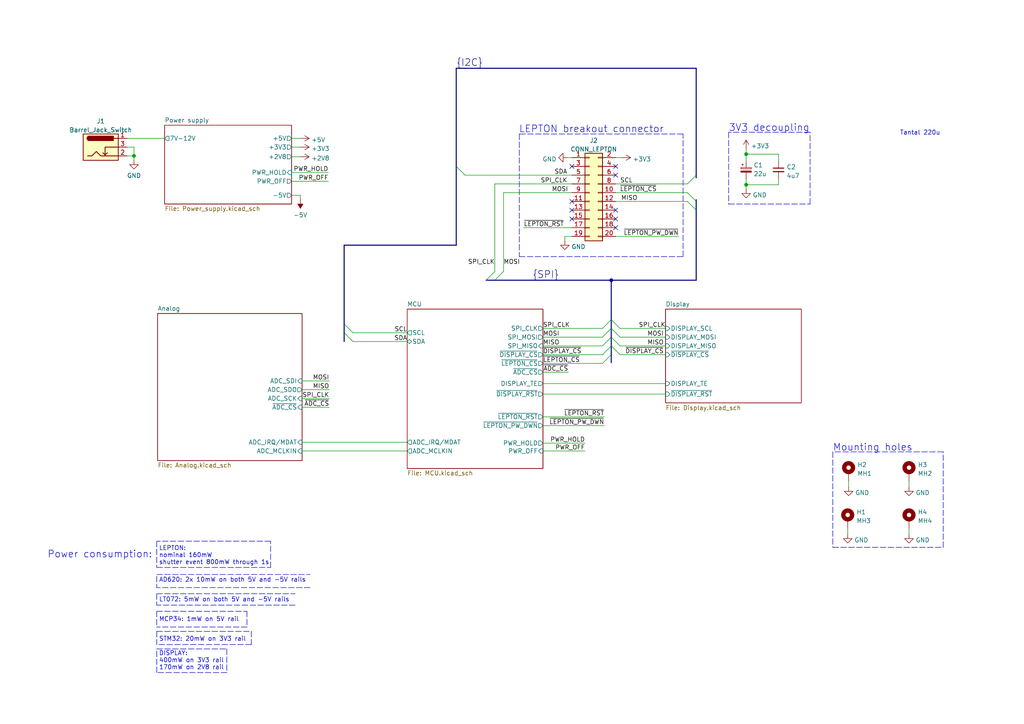
<source format=kicad_sch>
(kicad_sch (version 20211123) (generator eeschema)

  (uuid 508a8cf2-b6ad-4040-be6a-3f603f74453a)

  (paper "A4")

  (title_block
    (title "IR_Thermometer_&_Thermal_Camera")
    (date "2023-04-09")
    (company "David Reinštein")
  )

  (lib_symbols
    (symbol "Connector:Barrel_Jack_Switch" (pin_names hide) (in_bom yes) (on_board yes)
      (property "Reference" "J" (id 0) (at 0 5.334 0)
        (effects (font (size 1.27 1.27)))
      )
      (property "Value" "Barrel_Jack_Switch" (id 1) (at 0 -5.08 0)
        (effects (font (size 1.27 1.27)))
      )
      (property "Footprint" "" (id 2) (at 1.27 -1.016 0)
        (effects (font (size 1.27 1.27)) hide)
      )
      (property "Datasheet" "~" (id 3) (at 1.27 -1.016 0)
        (effects (font (size 1.27 1.27)) hide)
      )
      (property "ki_keywords" "DC power barrel jack connector" (id 4) (at 0 0 0)
        (effects (font (size 1.27 1.27)) hide)
      )
      (property "ki_description" "DC Barrel Jack with an internal switch" (id 5) (at 0 0 0)
        (effects (font (size 1.27 1.27)) hide)
      )
      (property "ki_fp_filters" "BarrelJack*" (id 6) (at 0 0 0)
        (effects (font (size 1.27 1.27)) hide)
      )
      (symbol "Barrel_Jack_Switch_0_1"
        (rectangle (start -5.08 3.81) (end 5.08 -3.81)
          (stroke (width 0.254) (type default) (color 0 0 0 0))
          (fill (type background))
        )
        (arc (start -3.302 3.175) (mid -3.937 2.54) (end -3.302 1.905)
          (stroke (width 0.254) (type default) (color 0 0 0 0))
          (fill (type none))
        )
        (arc (start -3.302 3.175) (mid -3.937 2.54) (end -3.302 1.905)
          (stroke (width 0.254) (type default) (color 0 0 0 0))
          (fill (type outline))
        )
        (polyline
          (pts
            (xy 1.27 -2.286)
            (xy 1.905 -1.651)
          )
          (stroke (width 0.254) (type default) (color 0 0 0 0))
          (fill (type none))
        )
        (polyline
          (pts
            (xy 5.08 2.54)
            (xy 3.81 2.54)
          )
          (stroke (width 0.254) (type default) (color 0 0 0 0))
          (fill (type none))
        )
        (polyline
          (pts
            (xy 5.08 0)
            (xy 1.27 0)
            (xy 1.27 -2.286)
            (xy 0.635 -1.651)
          )
          (stroke (width 0.254) (type default) (color 0 0 0 0))
          (fill (type none))
        )
        (polyline
          (pts
            (xy -3.81 -2.54)
            (xy -2.54 -2.54)
            (xy -1.27 -1.27)
            (xy 0 -2.54)
            (xy 2.54 -2.54)
            (xy 5.08 -2.54)
          )
          (stroke (width 0.254) (type default) (color 0 0 0 0))
          (fill (type none))
        )
        (rectangle (start 3.683 3.175) (end -3.302 1.905)
          (stroke (width 0.254) (type default) (color 0 0 0 0))
          (fill (type outline))
        )
      )
      (symbol "Barrel_Jack_Switch_1_1"
        (pin passive line (at 7.62 2.54 180) (length 2.54)
          (name "~" (effects (font (size 1.27 1.27))))
          (number "1" (effects (font (size 1.27 1.27))))
        )
        (pin passive line (at 7.62 -2.54 180) (length 2.54)
          (name "~" (effects (font (size 1.27 1.27))))
          (number "2" (effects (font (size 1.27 1.27))))
        )
        (pin passive line (at 7.62 0 180) (length 2.54)
          (name "~" (effects (font (size 1.27 1.27))))
          (number "3" (effects (font (size 1.27 1.27))))
        )
      )
    )
    (symbol "Connector_Generic:Conn_02x10_Odd_Even" (pin_names (offset 1.016) hide) (in_bom yes) (on_board yes)
      (property "Reference" "J" (id 0) (at 1.27 12.7 0)
        (effects (font (size 1.27 1.27)))
      )
      (property "Value" "Conn_02x10_Odd_Even" (id 1) (at 1.27 -15.24 0)
        (effects (font (size 1.27 1.27)))
      )
      (property "Footprint" "" (id 2) (at 0 0 0)
        (effects (font (size 1.27 1.27)) hide)
      )
      (property "Datasheet" "~" (id 3) (at 0 0 0)
        (effects (font (size 1.27 1.27)) hide)
      )
      (property "ki_keywords" "connector" (id 4) (at 0 0 0)
        (effects (font (size 1.27 1.27)) hide)
      )
      (property "ki_description" "Generic connector, double row, 02x10, odd/even pin numbering scheme (row 1 odd numbers, row 2 even numbers), script generated (kicad-library-utils/schlib/autogen/connector/)" (id 5) (at 0 0 0)
        (effects (font (size 1.27 1.27)) hide)
      )
      (property "ki_fp_filters" "Connector*:*_2x??_*" (id 6) (at 0 0 0)
        (effects (font (size 1.27 1.27)) hide)
      )
      (symbol "Conn_02x10_Odd_Even_1_1"
        (rectangle (start -1.27 -12.573) (end 0 -12.827)
          (stroke (width 0.1524) (type default) (color 0 0 0 0))
          (fill (type none))
        )
        (rectangle (start -1.27 -10.033) (end 0 -10.287)
          (stroke (width 0.1524) (type default) (color 0 0 0 0))
          (fill (type none))
        )
        (rectangle (start -1.27 -7.493) (end 0 -7.747)
          (stroke (width 0.1524) (type default) (color 0 0 0 0))
          (fill (type none))
        )
        (rectangle (start -1.27 -4.953) (end 0 -5.207)
          (stroke (width 0.1524) (type default) (color 0 0 0 0))
          (fill (type none))
        )
        (rectangle (start -1.27 -2.413) (end 0 -2.667)
          (stroke (width 0.1524) (type default) (color 0 0 0 0))
          (fill (type none))
        )
        (rectangle (start -1.27 0.127) (end 0 -0.127)
          (stroke (width 0.1524) (type default) (color 0 0 0 0))
          (fill (type none))
        )
        (rectangle (start -1.27 2.667) (end 0 2.413)
          (stroke (width 0.1524) (type default) (color 0 0 0 0))
          (fill (type none))
        )
        (rectangle (start -1.27 5.207) (end 0 4.953)
          (stroke (width 0.1524) (type default) (color 0 0 0 0))
          (fill (type none))
        )
        (rectangle (start -1.27 7.747) (end 0 7.493)
          (stroke (width 0.1524) (type default) (color 0 0 0 0))
          (fill (type none))
        )
        (rectangle (start -1.27 10.287) (end 0 10.033)
          (stroke (width 0.1524) (type default) (color 0 0 0 0))
          (fill (type none))
        )
        (rectangle (start -1.27 11.43) (end 3.81 -13.97)
          (stroke (width 0.254) (type default) (color 0 0 0 0))
          (fill (type background))
        )
        (rectangle (start 3.81 -12.573) (end 2.54 -12.827)
          (stroke (width 0.1524) (type default) (color 0 0 0 0))
          (fill (type none))
        )
        (rectangle (start 3.81 -10.033) (end 2.54 -10.287)
          (stroke (width 0.1524) (type default) (color 0 0 0 0))
          (fill (type none))
        )
        (rectangle (start 3.81 -7.493) (end 2.54 -7.747)
          (stroke (width 0.1524) (type default) (color 0 0 0 0))
          (fill (type none))
        )
        (rectangle (start 3.81 -4.953) (end 2.54 -5.207)
          (stroke (width 0.1524) (type default) (color 0 0 0 0))
          (fill (type none))
        )
        (rectangle (start 3.81 -2.413) (end 2.54 -2.667)
          (stroke (width 0.1524) (type default) (color 0 0 0 0))
          (fill (type none))
        )
        (rectangle (start 3.81 0.127) (end 2.54 -0.127)
          (stroke (width 0.1524) (type default) (color 0 0 0 0))
          (fill (type none))
        )
        (rectangle (start 3.81 2.667) (end 2.54 2.413)
          (stroke (width 0.1524) (type default) (color 0 0 0 0))
          (fill (type none))
        )
        (rectangle (start 3.81 5.207) (end 2.54 4.953)
          (stroke (width 0.1524) (type default) (color 0 0 0 0))
          (fill (type none))
        )
        (rectangle (start 3.81 7.747) (end 2.54 7.493)
          (stroke (width 0.1524) (type default) (color 0 0 0 0))
          (fill (type none))
        )
        (rectangle (start 3.81 10.287) (end 2.54 10.033)
          (stroke (width 0.1524) (type default) (color 0 0 0 0))
          (fill (type none))
        )
        (pin passive line (at -5.08 10.16 0) (length 3.81)
          (name "Pin_1" (effects (font (size 1.27 1.27))))
          (number "1" (effects (font (size 1.27 1.27))))
        )
        (pin passive line (at 7.62 0 180) (length 3.81)
          (name "Pin_10" (effects (font (size 1.27 1.27))))
          (number "10" (effects (font (size 1.27 1.27))))
        )
        (pin passive line (at -5.08 -2.54 0) (length 3.81)
          (name "Pin_11" (effects (font (size 1.27 1.27))))
          (number "11" (effects (font (size 1.27 1.27))))
        )
        (pin passive line (at 7.62 -2.54 180) (length 3.81)
          (name "Pin_12" (effects (font (size 1.27 1.27))))
          (number "12" (effects (font (size 1.27 1.27))))
        )
        (pin passive line (at -5.08 -5.08 0) (length 3.81)
          (name "Pin_13" (effects (font (size 1.27 1.27))))
          (number "13" (effects (font (size 1.27 1.27))))
        )
        (pin passive line (at 7.62 -5.08 180) (length 3.81)
          (name "Pin_14" (effects (font (size 1.27 1.27))))
          (number "14" (effects (font (size 1.27 1.27))))
        )
        (pin passive line (at -5.08 -7.62 0) (length 3.81)
          (name "Pin_15" (effects (font (size 1.27 1.27))))
          (number "15" (effects (font (size 1.27 1.27))))
        )
        (pin passive line (at 7.62 -7.62 180) (length 3.81)
          (name "Pin_16" (effects (font (size 1.27 1.27))))
          (number "16" (effects (font (size 1.27 1.27))))
        )
        (pin passive line (at -5.08 -10.16 0) (length 3.81)
          (name "Pin_17" (effects (font (size 1.27 1.27))))
          (number "17" (effects (font (size 1.27 1.27))))
        )
        (pin passive line (at 7.62 -10.16 180) (length 3.81)
          (name "Pin_18" (effects (font (size 1.27 1.27))))
          (number "18" (effects (font (size 1.27 1.27))))
        )
        (pin passive line (at -5.08 -12.7 0) (length 3.81)
          (name "Pin_19" (effects (font (size 1.27 1.27))))
          (number "19" (effects (font (size 1.27 1.27))))
        )
        (pin passive line (at 7.62 10.16 180) (length 3.81)
          (name "Pin_2" (effects (font (size 1.27 1.27))))
          (number "2" (effects (font (size 1.27 1.27))))
        )
        (pin passive line (at 7.62 -12.7 180) (length 3.81)
          (name "Pin_20" (effects (font (size 1.27 1.27))))
          (number "20" (effects (font (size 1.27 1.27))))
        )
        (pin passive line (at -5.08 7.62 0) (length 3.81)
          (name "Pin_3" (effects (font (size 1.27 1.27))))
          (number "3" (effects (font (size 1.27 1.27))))
        )
        (pin passive line (at 7.62 7.62 180) (length 3.81)
          (name "Pin_4" (effects (font (size 1.27 1.27))))
          (number "4" (effects (font (size 1.27 1.27))))
        )
        (pin passive line (at -5.08 5.08 0) (length 3.81)
          (name "Pin_5" (effects (font (size 1.27 1.27))))
          (number "5" (effects (font (size 1.27 1.27))))
        )
        (pin passive line (at 7.62 5.08 180) (length 3.81)
          (name "Pin_6" (effects (font (size 1.27 1.27))))
          (number "6" (effects (font (size 1.27 1.27))))
        )
        (pin passive line (at -5.08 2.54 0) (length 3.81)
          (name "Pin_7" (effects (font (size 1.27 1.27))))
          (number "7" (effects (font (size 1.27 1.27))))
        )
        (pin passive line (at 7.62 2.54 180) (length 3.81)
          (name "Pin_8" (effects (font (size 1.27 1.27))))
          (number "8" (effects (font (size 1.27 1.27))))
        )
        (pin passive line (at -5.08 0 0) (length 3.81)
          (name "Pin_9" (effects (font (size 1.27 1.27))))
          (number "9" (effects (font (size 1.27 1.27))))
        )
      )
    )
    (symbol "Device:C_Polarized_Small" (pin_numbers hide) (pin_names (offset 0.254) hide) (in_bom yes) (on_board yes)
      (property "Reference" "C" (id 0) (at 0.254 1.778 0)
        (effects (font (size 1.27 1.27)) (justify left))
      )
      (property "Value" "C_Polarized_Small" (id 1) (at 0.254 -2.032 0)
        (effects (font (size 1.27 1.27)) (justify left))
      )
      (property "Footprint" "" (id 2) (at 0 0 0)
        (effects (font (size 1.27 1.27)) hide)
      )
      (property "Datasheet" "~" (id 3) (at 0 0 0)
        (effects (font (size 1.27 1.27)) hide)
      )
      (property "ki_keywords" "cap capacitor" (id 4) (at 0 0 0)
        (effects (font (size 1.27 1.27)) hide)
      )
      (property "ki_description" "Polarized capacitor, small symbol" (id 5) (at 0 0 0)
        (effects (font (size 1.27 1.27)) hide)
      )
      (property "ki_fp_filters" "CP_*" (id 6) (at 0 0 0)
        (effects (font (size 1.27 1.27)) hide)
      )
      (symbol "C_Polarized_Small_0_1"
        (rectangle (start -1.524 -0.3048) (end 1.524 -0.6858)
          (stroke (width 0) (type default) (color 0 0 0 0))
          (fill (type outline))
        )
        (rectangle (start -1.524 0.6858) (end 1.524 0.3048)
          (stroke (width 0) (type default) (color 0 0 0 0))
          (fill (type none))
        )
        (polyline
          (pts
            (xy -1.27 1.524)
            (xy -0.762 1.524)
          )
          (stroke (width 0) (type default) (color 0 0 0 0))
          (fill (type none))
        )
        (polyline
          (pts
            (xy -1.016 1.27)
            (xy -1.016 1.778)
          )
          (stroke (width 0) (type default) (color 0 0 0 0))
          (fill (type none))
        )
      )
      (symbol "C_Polarized_Small_1_1"
        (pin passive line (at 0 2.54 270) (length 1.8542)
          (name "~" (effects (font (size 1.27 1.27))))
          (number "1" (effects (font (size 1.27 1.27))))
        )
        (pin passive line (at 0 -2.54 90) (length 1.8542)
          (name "~" (effects (font (size 1.27 1.27))))
          (number "2" (effects (font (size 1.27 1.27))))
        )
      )
    )
    (symbol "Device:C_Small" (pin_numbers hide) (pin_names (offset 0.254) hide) (in_bom yes) (on_board yes)
      (property "Reference" "C" (id 0) (at 0.254 1.778 0)
        (effects (font (size 1.27 1.27)) (justify left))
      )
      (property "Value" "C_Small" (id 1) (at 0.254 -2.032 0)
        (effects (font (size 1.27 1.27)) (justify left))
      )
      (property "Footprint" "" (id 2) (at 0 0 0)
        (effects (font (size 1.27 1.27)) hide)
      )
      (property "Datasheet" "~" (id 3) (at 0 0 0)
        (effects (font (size 1.27 1.27)) hide)
      )
      (property "ki_keywords" "capacitor cap" (id 4) (at 0 0 0)
        (effects (font (size 1.27 1.27)) hide)
      )
      (property "ki_description" "Unpolarized capacitor, small symbol" (id 5) (at 0 0 0)
        (effects (font (size 1.27 1.27)) hide)
      )
      (property "ki_fp_filters" "C_*" (id 6) (at 0 0 0)
        (effects (font (size 1.27 1.27)) hide)
      )
      (symbol "C_Small_0_1"
        (polyline
          (pts
            (xy -1.524 -0.508)
            (xy 1.524 -0.508)
          )
          (stroke (width 0.3302) (type default) (color 0 0 0 0))
          (fill (type none))
        )
        (polyline
          (pts
            (xy -1.524 0.508)
            (xy 1.524 0.508)
          )
          (stroke (width 0.3048) (type default) (color 0 0 0 0))
          (fill (type none))
        )
      )
      (symbol "C_Small_1_1"
        (pin passive line (at 0 2.54 270) (length 2.032)
          (name "~" (effects (font (size 1.27 1.27))))
          (number "1" (effects (font (size 1.27 1.27))))
        )
        (pin passive line (at 0 -2.54 90) (length 2.032)
          (name "~" (effects (font (size 1.27 1.27))))
          (number "2" (effects (font (size 1.27 1.27))))
        )
      )
    )
    (symbol "Mechanical:MountingHole_Pad" (pin_numbers hide) (pin_names (offset 1.016) hide) (in_bom yes) (on_board yes)
      (property "Reference" "H" (id 0) (at 0 6.35 0)
        (effects (font (size 1.27 1.27)))
      )
      (property "Value" "MountingHole_Pad" (id 1) (at 0 4.445 0)
        (effects (font (size 1.27 1.27)))
      )
      (property "Footprint" "" (id 2) (at 0 0 0)
        (effects (font (size 1.27 1.27)) hide)
      )
      (property "Datasheet" "~" (id 3) (at 0 0 0)
        (effects (font (size 1.27 1.27)) hide)
      )
      (property "ki_keywords" "mounting hole" (id 4) (at 0 0 0)
        (effects (font (size 1.27 1.27)) hide)
      )
      (property "ki_description" "Mounting Hole with connection" (id 5) (at 0 0 0)
        (effects (font (size 1.27 1.27)) hide)
      )
      (property "ki_fp_filters" "MountingHole*Pad*" (id 6) (at 0 0 0)
        (effects (font (size 1.27 1.27)) hide)
      )
      (symbol "MountingHole_Pad_0_1"
        (circle (center 0 1.27) (radius 1.27)
          (stroke (width 1.27) (type default) (color 0 0 0 0))
          (fill (type none))
        )
      )
      (symbol "MountingHole_Pad_1_1"
        (pin input line (at 0 -2.54 90) (length 2.54)
          (name "1" (effects (font (size 1.27 1.27))))
          (number "1" (effects (font (size 1.27 1.27))))
        )
      )
    )
    (symbol "power:+2V8" (power) (pin_names (offset 0)) (in_bom yes) (on_board yes)
      (property "Reference" "#PWR" (id 0) (at 0 -3.81 0)
        (effects (font (size 1.27 1.27)) hide)
      )
      (property "Value" "+2V8" (id 1) (at 0 3.556 0)
        (effects (font (size 1.27 1.27)))
      )
      (property "Footprint" "" (id 2) (at 0 0 0)
        (effects (font (size 1.27 1.27)) hide)
      )
      (property "Datasheet" "" (id 3) (at 0 0 0)
        (effects (font (size 1.27 1.27)) hide)
      )
      (property "ki_keywords" "power-flag" (id 4) (at 0 0 0)
        (effects (font (size 1.27 1.27)) hide)
      )
      (property "ki_description" "Power symbol creates a global label with name \"+2V8\"" (id 5) (at 0 0 0)
        (effects (font (size 1.27 1.27)) hide)
      )
      (symbol "+2V8_0_1"
        (polyline
          (pts
            (xy -0.762 1.27)
            (xy 0 2.54)
          )
          (stroke (width 0) (type default) (color 0 0 0 0))
          (fill (type none))
        )
        (polyline
          (pts
            (xy 0 0)
            (xy 0 2.54)
          )
          (stroke (width 0) (type default) (color 0 0 0 0))
          (fill (type none))
        )
        (polyline
          (pts
            (xy 0 2.54)
            (xy 0.762 1.27)
          )
          (stroke (width 0) (type default) (color 0 0 0 0))
          (fill (type none))
        )
      )
      (symbol "+2V8_1_1"
        (pin power_in line (at 0 0 90) (length 0) hide
          (name "+2V8" (effects (font (size 1.27 1.27))))
          (number "1" (effects (font (size 1.27 1.27))))
        )
      )
    )
    (symbol "power:+3V3" (power) (pin_names (offset 0)) (in_bom yes) (on_board yes)
      (property "Reference" "#PWR" (id 0) (at 0 -3.81 0)
        (effects (font (size 1.27 1.27)) hide)
      )
      (property "Value" "+3V3" (id 1) (at 0 3.556 0)
        (effects (font (size 1.27 1.27)))
      )
      (property "Footprint" "" (id 2) (at 0 0 0)
        (effects (font (size 1.27 1.27)) hide)
      )
      (property "Datasheet" "" (id 3) (at 0 0 0)
        (effects (font (size 1.27 1.27)) hide)
      )
      (property "ki_keywords" "power-flag" (id 4) (at 0 0 0)
        (effects (font (size 1.27 1.27)) hide)
      )
      (property "ki_description" "Power symbol creates a global label with name \"+3V3\"" (id 5) (at 0 0 0)
        (effects (font (size 1.27 1.27)) hide)
      )
      (symbol "+3V3_0_1"
        (polyline
          (pts
            (xy -0.762 1.27)
            (xy 0 2.54)
          )
          (stroke (width 0) (type default) (color 0 0 0 0))
          (fill (type none))
        )
        (polyline
          (pts
            (xy 0 0)
            (xy 0 2.54)
          )
          (stroke (width 0) (type default) (color 0 0 0 0))
          (fill (type none))
        )
        (polyline
          (pts
            (xy 0 2.54)
            (xy 0.762 1.27)
          )
          (stroke (width 0) (type default) (color 0 0 0 0))
          (fill (type none))
        )
      )
      (symbol "+3V3_1_1"
        (pin power_in line (at 0 0 90) (length 0) hide
          (name "+3V3" (effects (font (size 1.27 1.27))))
          (number "1" (effects (font (size 1.27 1.27))))
        )
      )
    )
    (symbol "power:+5V" (power) (pin_names (offset 0)) (in_bom yes) (on_board yes)
      (property "Reference" "#PWR" (id 0) (at 0 -3.81 0)
        (effects (font (size 1.27 1.27)) hide)
      )
      (property "Value" "+5V" (id 1) (at 0 3.556 0)
        (effects (font (size 1.27 1.27)))
      )
      (property "Footprint" "" (id 2) (at 0 0 0)
        (effects (font (size 1.27 1.27)) hide)
      )
      (property "Datasheet" "" (id 3) (at 0 0 0)
        (effects (font (size 1.27 1.27)) hide)
      )
      (property "ki_keywords" "power-flag" (id 4) (at 0 0 0)
        (effects (font (size 1.27 1.27)) hide)
      )
      (property "ki_description" "Power symbol creates a global label with name \"+5V\"" (id 5) (at 0 0 0)
        (effects (font (size 1.27 1.27)) hide)
      )
      (symbol "+5V_0_1"
        (polyline
          (pts
            (xy -0.762 1.27)
            (xy 0 2.54)
          )
          (stroke (width 0) (type default) (color 0 0 0 0))
          (fill (type none))
        )
        (polyline
          (pts
            (xy 0 0)
            (xy 0 2.54)
          )
          (stroke (width 0) (type default) (color 0 0 0 0))
          (fill (type none))
        )
        (polyline
          (pts
            (xy 0 2.54)
            (xy 0.762 1.27)
          )
          (stroke (width 0) (type default) (color 0 0 0 0))
          (fill (type none))
        )
      )
      (symbol "+5V_1_1"
        (pin power_in line (at 0 0 90) (length 0) hide
          (name "+5V" (effects (font (size 1.27 1.27))))
          (number "1" (effects (font (size 1.27 1.27))))
        )
      )
    )
    (symbol "power:-5V" (power) (pin_names (offset 0)) (in_bom yes) (on_board yes)
      (property "Reference" "#PWR" (id 0) (at 0 2.54 0)
        (effects (font (size 1.27 1.27)) hide)
      )
      (property "Value" "-5V" (id 1) (at 0 3.81 0)
        (effects (font (size 1.27 1.27)))
      )
      (property "Footprint" "" (id 2) (at 0 0 0)
        (effects (font (size 1.27 1.27)) hide)
      )
      (property "Datasheet" "" (id 3) (at 0 0 0)
        (effects (font (size 1.27 1.27)) hide)
      )
      (property "ki_keywords" "power-flag" (id 4) (at 0 0 0)
        (effects (font (size 1.27 1.27)) hide)
      )
      (property "ki_description" "Power symbol creates a global label with name \"-5V\"" (id 5) (at 0 0 0)
        (effects (font (size 1.27 1.27)) hide)
      )
      (symbol "-5V_0_0"
        (pin power_in line (at 0 0 90) (length 0) hide
          (name "-5V" (effects (font (size 1.27 1.27))))
          (number "1" (effects (font (size 1.27 1.27))))
        )
      )
      (symbol "-5V_0_1"
        (polyline
          (pts
            (xy 0 0)
            (xy 0 1.27)
            (xy 0.762 1.27)
            (xy 0 2.54)
            (xy -0.762 1.27)
            (xy 0 1.27)
          )
          (stroke (width 0) (type default) (color 0 0 0 0))
          (fill (type outline))
        )
      )
    )
    (symbol "power:GND" (power) (pin_names (offset 0)) (in_bom yes) (on_board yes)
      (property "Reference" "#PWR" (id 0) (at 0 -6.35 0)
        (effects (font (size 1.27 1.27)) hide)
      )
      (property "Value" "GND" (id 1) (at 0 -3.81 0)
        (effects (font (size 1.27 1.27)))
      )
      (property "Footprint" "" (id 2) (at 0 0 0)
        (effects (font (size 1.27 1.27)) hide)
      )
      (property "Datasheet" "" (id 3) (at 0 0 0)
        (effects (font (size 1.27 1.27)) hide)
      )
      (property "ki_keywords" "power-flag" (id 4) (at 0 0 0)
        (effects (font (size 1.27 1.27)) hide)
      )
      (property "ki_description" "Power symbol creates a global label with name \"GND\" , ground" (id 5) (at 0 0 0)
        (effects (font (size 1.27 1.27)) hide)
      )
      (symbol "GND_0_1"
        (polyline
          (pts
            (xy 0 0)
            (xy 0 -1.27)
            (xy 1.27 -1.27)
            (xy 0 -2.54)
            (xy -1.27 -1.27)
            (xy 0 -1.27)
          )
          (stroke (width 0) (type default) (color 0 0 0 0))
          (fill (type none))
        )
      )
      (symbol "GND_1_1"
        (pin power_in line (at 0 0 270) (length 0) hide
          (name "GND" (effects (font (size 1.27 1.27))))
          (number "1" (effects (font (size 1.27 1.27))))
        )
      )
    )
  )

  (bus_alias "I2C" (members "SCL" "SDA"))
  (bus_alias "SPI" (members "MOSI" "MISO" "~{DISPLAY_CS}" "~{LEPTON_CS}" "SPI_CLK"))
  (junction (at 177.292 81.28) (diameter 0) (color 0 0 0 0)
    (uuid 27bed00b-b52d-4d09-a591-96fd98d51e27)
  )
  (junction (at 38.862 45.212) (diameter 0) (color 0 0 0 0)
    (uuid 4fc5746b-8027-4f08-8a5d-261e3d02d6e2)
  )
  (junction (at 216.408 44.704) (diameter 0) (color 0 0 0 0)
    (uuid 9364cd61-bfa9-4f5c-9f5e-3513077b4b6c)
  )
  (junction (at 216.408 53.594) (diameter 0) (color 0 0 0 0)
    (uuid f0347f6b-edd1-4f8a-a758-62a14ee58da8)
  )

  (no_connect (at 165.862 48.26) (uuid 04997bbd-5f9b-4a08-b6b5-df59f911c344))
  (no_connect (at 178.562 48.26) (uuid 04997bbd-5f9b-4a08-b6b5-df59f911c345))
  (no_connect (at 178.562 60.96) (uuid 3f5a51ab-7730-4edc-a7d0-d69b2b2a8262))
  (no_connect (at 178.562 63.5) (uuid 3f5a51ab-7730-4edc-a7d0-d69b2b2a8263))
  (no_connect (at 165.862 60.96) (uuid 3f5a51ab-7730-4edc-a7d0-d69b2b2a8264))
  (no_connect (at 165.862 63.5) (uuid 3f5a51ab-7730-4edc-a7d0-d69b2b2a8265))
  (no_connect (at 178.562 66.04) (uuid bc7dcf08-f298-48fc-a9a9-4a7738f94a9e))
  (no_connect (at 165.862 58.42) (uuid d47cab5d-a654-4336-a81d-e3b0721c493a))
  (no_connect (at 178.562 50.8) (uuid e8254c8a-cd12-4dfa-9f96-13f8b91f668a))

  (bus_entry (at 177.292 97.79) (size 2.54 2.54)
    (stroke (width 0) (type default) (color 0 0 0 0))
    (uuid 2cb9cf64-8179-4dd6-9a99-817227ac23d3)
  )
  (bus_entry (at 177.292 92.71) (size 2.54 2.54)
    (stroke (width 0) (type default) (color 0 0 0 0))
    (uuid 34db7e72-106d-4850-be80-8e2d86eb6b36)
  )
  (bus_entry (at 99.822 93.98) (size 2.54 2.54)
    (stroke (width 0) (type default) (color 0 0 0 0))
    (uuid 3ad71fae-8722-41a0-8a38-51d57e5c97bf)
  )
  (bus_entry (at 177.292 100.33) (size -2.54 2.54)
    (stroke (width 0) (type default) (color 0 0 0 0))
    (uuid 3d71253e-0fc3-4e68-bd39-0bf3c8486705)
  )
  (bus_entry (at 177.292 97.79) (size -2.54 2.54)
    (stroke (width 0) (type default) (color 0 0 0 0))
    (uuid 49134a6d-3c95-4208-a070-98538d01fe00)
  )
  (bus_entry (at 177.292 100.33) (size 2.54 2.54)
    (stroke (width 0) (type default) (color 0 0 0 0))
    (uuid 722f2131-8640-485a-975b-ca4afff70d9e)
  )
  (bus_entry (at 132.334 48.26) (size 2.54 2.54)
    (stroke (width 0) (type default) (color 0 0 0 0))
    (uuid 79a30c4b-151e-44bd-a78b-000c9185c176)
  )
  (bus_entry (at 177.292 102.87) (size -2.54 2.54)
    (stroke (width 0) (type default) (color 0 0 0 0))
    (uuid 79ab3330-0d2b-4c6b-a337-1b19738540b1)
  )
  (bus_entry (at 177.292 92.71) (size -2.54 2.54)
    (stroke (width 0) (type default) (color 0 0 0 0))
    (uuid 7c691a6c-495f-4c4b-b22c-3b7730f00682)
  )
  (bus_entry (at 99.822 96.52) (size 2.54 2.54)
    (stroke (width 0) (type default) (color 0 0 0 0))
    (uuid a914aed3-08e2-42f4-a093-62b66b4fe7e2)
  )
  (bus_entry (at 201.93 58.42) (size -2.54 -2.54)
    (stroke (width 0) (type default) (color 0 0 0 0))
    (uuid ad425cdf-9b65-4f1c-9889-ba3f1009eb5d)
  )
  (bus_entry (at 201.93 60.96) (size -2.54 -2.54)
    (stroke (width 0) (type default) (color 0 0 0 0))
    (uuid b0fc2ec4-209e-4b00-90bf-ce9767b81e50)
  )
  (bus_entry (at 140.97 81.28) (size 2.54 -2.54)
    (stroke (width 0) (type default) (color 0 0 0 0))
    (uuid b7ebe7de-f765-4df0-9326-982e8e384b44)
  )
  (bus_entry (at 143.51 81.28) (size 2.54 -2.54)
    (stroke (width 0) (type default) (color 0 0 0 0))
    (uuid bacb10fd-4257-42db-8ba0-0d0023eb1765)
  )
  (bus_entry (at 177.292 95.25) (size -2.54 2.54)
    (stroke (width 0) (type default) (color 0 0 0 0))
    (uuid bc49adb7-3672-4aa4-a1b7-306a44a7f5b6)
  )
  (bus_entry (at 201.93 50.8) (size -2.54 2.54)
    (stroke (width 0) (type default) (color 0 0 0 0))
    (uuid e153775c-932a-49fd-ab29-62708552720d)
  )
  (bus_entry (at 177.292 95.25) (size 2.54 2.54)
    (stroke (width 0) (type default) (color 0 0 0 0))
    (uuid ec02c8ec-518c-478a-83df-7fb6f8525003)
  )

  (wire (pts (xy 157.48 114.3) (xy 193.04 114.3))
    (stroke (width 0) (type default) (color 0 0 0 0))
    (uuid 00639b03-26c1-403b-b1a8-e9029ba4fdcf)
  )
  (wire (pts (xy 216.408 43.18) (xy 216.408 44.704))
    (stroke (width 0) (type default) (color 0 0 0 0))
    (uuid 006888a4-deaa-41a6-9d64-dc53a3703fbc)
  )
  (bus (pts (xy 177.292 100.33) (xy 177.292 102.87))
    (stroke (width 0) (type default) (color 0 0 0 0))
    (uuid 007f6388-3d5a-49e2-88b1-abf916e591f2)
  )

  (wire (pts (xy 164.592 45.72) (xy 165.862 45.72))
    (stroke (width 0) (type default) (color 0 0 0 0))
    (uuid 02277f19-b4a7-4bea-99a5-245f6fd4acc0)
  )
  (wire (pts (xy 157.48 130.81) (xy 169.672 130.81))
    (stroke (width 0) (type default) (color 0 0 0 0))
    (uuid 060c797d-66ce-42e2-8977-77d55b1568e6)
  )
  (polyline (pts (xy 45.466 156.972) (xy 45.466 164.592))
    (stroke (width 0) (type default) (color 0 0 0 0))
    (uuid 06cda4c2-fe9f-4251-b4d0-05baf25253b3)
  )
  (polyline (pts (xy 65.786 188.214) (xy 65.786 195.072))
    (stroke (width 0) (type default) (color 0 0 0 0))
    (uuid 07c58b8a-f505-4e03-9e40-29150a4ef0b7)
  )

  (wire (pts (xy 146.05 78.74) (xy 146.05 55.88))
    (stroke (width 0) (type default) (color 0 0 0 0))
    (uuid 098a80b4-8f90-4ab3-b52c-6efd5bd49b2b)
  )
  (polyline (pts (xy 45.466 195.072) (xy 45.466 188.214))
    (stroke (width 0) (type default) (color 0 0 0 0))
    (uuid 0ae67cd1-8353-411d-9c2c-3863b7c14ff8)
  )

  (wire (pts (xy 87.63 130.81) (xy 118.11 130.81))
    (stroke (width 0) (type default) (color 0 0 0 0))
    (uuid 0cf192e5-a9f0-4beb-92eb-b55047f6db07)
  )
  (bus (pts (xy 177.292 81.28) (xy 177.292 92.71))
    (stroke (width 0) (type default) (color 0 0 0 0))
    (uuid 0ed42004-490f-4ab1-ae6d-4bce053d483a)
  )

  (wire (pts (xy 178.562 68.58) (xy 196.85 68.58))
    (stroke (width 0) (type default) (color 0 0 0 0))
    (uuid 0f6b15d6-d5ac-48e3-b824-83bd8f2875ac)
  )
  (bus (pts (xy 140.97 81.28) (xy 143.51 81.28))
    (stroke (width 0) (type default) (color 0 0 0 0))
    (uuid 15fd8973-2fda-4ab4-a410-5465bd04e2f4)
  )
  (bus (pts (xy 177.292 97.79) (xy 177.292 100.33))
    (stroke (width 0) (type default) (color 0 0 0 0))
    (uuid 187b71bb-8ccc-42c0-b836-a0ca370997a8)
  )

  (wire (pts (xy 216.408 53.594) (xy 216.408 54.864))
    (stroke (width 0) (type default) (color 0 0 0 0))
    (uuid 18f6233c-2a98-4232-978b-b68dbfbff887)
  )
  (polyline (pts (xy 234.95 59.182) (xy 234.95 38.354))
    (stroke (width 0) (type default) (color 0 0 0 0))
    (uuid 1b8bd52d-6430-4480-be99-6f0383410954)
  )
  (polyline (pts (xy 85.598 175.514) (xy 45.466 175.514))
    (stroke (width 0) (type default) (color 0 0 0 0))
    (uuid 2084a90b-c430-4abf-b95d-ef6361ae6475)
  )

  (wire (pts (xy 169.672 128.524) (xy 157.48 128.524))
    (stroke (width 0) (type default) (color 0 0 0 0))
    (uuid 22823886-0b1b-409e-866c-60e0feafe50d)
  )
  (wire (pts (xy 87.122 56.642) (xy 87.122 57.912))
    (stroke (width 0) (type default) (color 0 0 0 0))
    (uuid 22bd2d86-dba7-4981-b136-79168842b139)
  )
  (polyline (pts (xy 45.466 172.212) (xy 85.598 172.212))
    (stroke (width 0) (type default) (color 0 0 0 0))
    (uuid 2ac368f3-5802-44de-ae1b-5027920fd2f0)
  )

  (wire (pts (xy 84.582 56.642) (xy 87.122 56.642))
    (stroke (width 0) (type default) (color 0 0 0 0))
    (uuid 2b572965-c573-489b-a0f4-95b8bed8f832)
  )
  (wire (pts (xy 84.582 52.578) (xy 95.25 52.578))
    (stroke (width 0) (type default) (color 0 0 0 0))
    (uuid 2be9ba3c-59ea-468c-978e-dbed62bfe257)
  )
  (bus (pts (xy 99.822 96.52) (xy 99.822 93.98))
    (stroke (width 0) (type default) (color 0 0 0 0))
    (uuid 2ee3c692-66e4-4758-b098-be85fc5cd525)
  )

  (wire (pts (xy 157.48 105.41) (xy 174.752 105.41))
    (stroke (width 0) (type default) (color 0 0 0 0))
    (uuid 2ee7bff5-ff96-4fbf-8ef0-e4866c72926b)
  )
  (wire (pts (xy 87.63 128.27) (xy 118.11 128.27))
    (stroke (width 0) (type default) (color 0 0 0 0))
    (uuid 354179c8-0b49-47b3-a095-48deaee779cc)
  )
  (polyline (pts (xy 45.466 188.214) (xy 65.786 188.214))
    (stroke (width 0) (type default) (color 0 0 0 0))
    (uuid 37bf5693-60b9-4825-8a90-6f08eaf1bfaf)
  )

  (wire (pts (xy 163.83 68.58) (xy 163.83 69.85))
    (stroke (width 0) (type default) (color 0 0 0 0))
    (uuid 3897674b-2fc2-4b4c-8093-5761889422bf)
  )
  (wire (pts (xy 179.832 100.33) (xy 193.04 100.33))
    (stroke (width 0) (type default) (color 0 0 0 0))
    (uuid 38a88cde-edcf-4f63-8d34-b7ebec595310)
  )
  (wire (pts (xy 84.582 40.132) (xy 87.122 40.132))
    (stroke (width 0) (type default) (color 0 0 0 0))
    (uuid 3a6fb5e6-d923-4dce-a530-8e0acb0775c0)
  )
  (wire (pts (xy 143.51 78.74) (xy 143.51 53.34))
    (stroke (width 0) (type default) (color 0 0 0 0))
    (uuid 3bc5a7b2-61ac-4a34-a7db-0957f105949f)
  )
  (polyline (pts (xy 150.622 38.862) (xy 150.622 74.422))
    (stroke (width 0) (type default) (color 0 0 0 0))
    (uuid 3d99a034-9be3-417f-a46d-05d14fdbaa79)
  )

  (wire (pts (xy 84.582 45.466) (xy 87.122 45.466))
    (stroke (width 0) (type default) (color 0 0 0 0))
    (uuid 3e5cde70-467a-47ab-9d6d-c5b471503285)
  )
  (wire (pts (xy 263.652 153.162) (xy 263.652 154.94))
    (stroke (width 0) (type default) (color 0 0 0 0))
    (uuid 3e8a1b8f-5c92-492c-8bdc-8e31deb8114a)
  )
  (bus (pts (xy 201.93 60.96) (xy 201.93 81.28))
    (stroke (width 0) (type default) (color 0 0 0 0))
    (uuid 3e8fb4ef-006b-4c97-b102-94ebfadef198)
  )
  (bus (pts (xy 177.292 95.25) (xy 177.292 97.79))
    (stroke (width 0) (type default) (color 0 0 0 0))
    (uuid 3f19b9b2-143f-4fe7-b667-f6f4418366b6)
  )

  (wire (pts (xy 157.48 107.95) (xy 164.846 107.95))
    (stroke (width 0) (type default) (color 0 0 0 0))
    (uuid 40193dc6-9d03-4570-9c65-d22f2f064251)
  )
  (wire (pts (xy 38.862 45.212) (xy 36.83 45.212))
    (stroke (width 0) (type default) (color 0 0 0 0))
    (uuid 420ddca9-d6a1-4c48-9dd3-2985c54021f7)
  )
  (wire (pts (xy 38.862 42.672) (xy 36.83 42.672))
    (stroke (width 0) (type default) (color 0 0 0 0))
    (uuid 44b4ad72-ef2a-449a-8baf-1e159a7894c5)
  )
  (polyline (pts (xy 45.466 167.132) (xy 45.466 170.434))
    (stroke (width 0) (type default) (color 0 0 0 0))
    (uuid 44d04215-e23a-4317-bf29-74c354864959)
  )

  (wire (pts (xy 87.63 110.49) (xy 95.504 110.49))
    (stroke (width 0) (type default) (color 0 0 0 0))
    (uuid 4af62035-ace6-441b-a914-c3e61a272900)
  )
  (bus (pts (xy 132.334 19.812) (xy 132.334 48.26))
    (stroke (width 0) (type default) (color 0 0 0 0))
    (uuid 4dcf3ebd-9761-4c16-885b-48e14dcc29b2)
  )

  (wire (pts (xy 157.48 123.444) (xy 175.26 123.444))
    (stroke (width 0) (type default) (color 0 0 0 0))
    (uuid 50a10cf4-ed0a-4efe-a52a-d158dd4bde21)
  )
  (wire (pts (xy 38.862 46.482) (xy 38.862 45.212))
    (stroke (width 0) (type default) (color 0 0 0 0))
    (uuid 526e1f7f-4478-4726-ad71-fd3431497c88)
  )
  (bus (pts (xy 201.93 57.912) (xy 201.93 58.42))
    (stroke (width 0) (type default) (color 0 0 0 0))
    (uuid 536ccedd-2466-4100-9885-5d0627ae9178)
  )

  (wire (pts (xy 216.408 44.704) (xy 225.806 44.704))
    (stroke (width 0) (type default) (color 0 0 0 0))
    (uuid 5613264e-1e67-488a-9f0e-8bb839970659)
  )
  (wire (pts (xy 38.862 45.212) (xy 38.862 42.672))
    (stroke (width 0) (type default) (color 0 0 0 0))
    (uuid 5907a9c2-9d14-4d6a-883a-9f797c0943eb)
  )
  (wire (pts (xy 157.48 120.904) (xy 175.26 120.904))
    (stroke (width 0) (type default) (color 0 0 0 0))
    (uuid 594f7e4e-a7ce-4c14-9eea-0cceffcb93f6)
  )
  (polyline (pts (xy 198.12 38.862) (xy 150.622 38.862))
    (stroke (width 0) (type default) (color 0 0 0 0))
    (uuid 59ebdf40-e6e1-4425-8511-226003597813)
  )

  (wire (pts (xy 84.582 50.038) (xy 95.25 50.038))
    (stroke (width 0) (type default) (color 0 0 0 0))
    (uuid 5a489bac-379c-4a0b-b55b-593babf19f54)
  )
  (polyline (pts (xy 273.558 158.75) (xy 273.558 131.064))
    (stroke (width 0) (type default) (color 0 0 0 0))
    (uuid 5a66cfe7-7966-432f-b6bc-47f078b69d6a)
  )

  (wire (pts (xy 87.63 115.57) (xy 95.504 115.57))
    (stroke (width 0) (type default) (color 0 0 0 0))
    (uuid 5bef5cdd-385a-4c09-9426-ad286b081645)
  )
  (bus (pts (xy 201.93 58.42) (xy 201.93 60.96))
    (stroke (width 0) (type default) (color 0 0 0 0))
    (uuid 5e1e19a4-9bf6-41df-a611-53150832635b)
  )

  (polyline (pts (xy 72.898 183.134) (xy 72.898 186.944))
    (stroke (width 0) (type default) (color 0 0 0 0))
    (uuid 5efcd41e-8d7b-4718-90e6-2f5bf80355ca)
  )

  (wire (pts (xy 151.892 66.04) (xy 165.862 66.04))
    (stroke (width 0) (type default) (color 0 0 0 0))
    (uuid 60d782c4-a0fe-4db3-b4d7-b2e6abd49a2b)
  )
  (polyline (pts (xy 45.466 183.134) (xy 72.898 183.134))
    (stroke (width 0) (type default) (color 0 0 0 0))
    (uuid 62145813-9258-489e-aeec-1d19687b446b)
  )

  (wire (pts (xy 87.63 113.03) (xy 95.504 113.03))
    (stroke (width 0) (type default) (color 0 0 0 0))
    (uuid 62ae9641-f0f0-4796-bc96-8115d475c7de)
  )
  (polyline (pts (xy 45.466 177.292) (xy 45.466 181.864))
    (stroke (width 0) (type default) (color 0 0 0 0))
    (uuid 631e6618-3964-42cb-8d69-9283e6ba253d)
  )
  (polyline (pts (xy 45.466 166.624) (xy 89.916 166.624))
    (stroke (width 0) (type default) (color 0 0 0 0))
    (uuid 64e181f6-dae2-4198-82aa-f73c98f06bcf)
  )

  (wire (pts (xy 157.48 97.79) (xy 174.752 97.79))
    (stroke (width 0) (type default) (color 0 0 0 0))
    (uuid 65738cf1-623d-4cee-b7a4-07b89ac51225)
  )
  (wire (pts (xy 157.48 102.87) (xy 174.752 102.87))
    (stroke (width 0) (type default) (color 0 0 0 0))
    (uuid 66048184-69f2-4712-b7d6-d02d54236aac)
  )
  (wire (pts (xy 225.806 53.594) (xy 216.408 53.594))
    (stroke (width 0) (type default) (color 0 0 0 0))
    (uuid 6616b893-c666-4a64-a400-a90f6012e864)
  )
  (wire (pts (xy 216.408 46.736) (xy 216.408 44.704))
    (stroke (width 0) (type default) (color 0 0 0 0))
    (uuid 6913d909-284c-4c9e-887a-4d6e0bb9af3b)
  )
  (wire (pts (xy 225.806 51.816) (xy 225.806 53.594))
    (stroke (width 0) (type default) (color 0 0 0 0))
    (uuid 6b600f3c-a0b6-4692-8ace-df3404a960c1)
  )
  (wire (pts (xy 157.48 95.25) (xy 174.752 95.25))
    (stroke (width 0) (type default) (color 0 0 0 0))
    (uuid 6c970525-b1fb-46b3-9c1a-93a2db0e10a0)
  )
  (bus (pts (xy 177.292 102.87) (xy 177.292 105.156))
    (stroke (width 0) (type default) (color 0 0 0 0))
    (uuid 6e2ab14d-fc35-4ac4-a9b6-61c81d94c08b)
  )

  (polyline (pts (xy 89.916 170.434) (xy 45.466 170.434))
    (stroke (width 0) (type default) (color 0 0 0 0))
    (uuid 6e9ac40c-d030-456f-b4d6-d436dff18bc6)
  )
  (polyline (pts (xy 241.554 131.064) (xy 241.554 158.75))
    (stroke (width 0) (type default) (color 0 0 0 0))
    (uuid 70b59006-bc43-4a87-812a-ee1a622d2861)
  )

  (wire (pts (xy 246.126 139.446) (xy 246.126 141.224))
    (stroke (width 0) (type default) (color 0 0 0 0))
    (uuid 71d789c2-1e9b-40ed-8495-3fb7c0fede3a)
  )
  (wire (pts (xy 179.832 95.25) (xy 193.04 95.25))
    (stroke (width 0) (type default) (color 0 0 0 0))
    (uuid 773b43cc-b0e6-4ac1-aa83-72897d573c59)
  )
  (polyline (pts (xy 65.786 195.072) (xy 45.466 195.072))
    (stroke (width 0) (type default) (color 0 0 0 0))
    (uuid 7795b769-319c-4c8d-8ca7-78e50241af49)
  )

  (wire (pts (xy 102.362 96.52) (xy 118.11 96.52))
    (stroke (width 0) (type default) (color 0 0 0 0))
    (uuid 7942b61d-14bf-4596-aa63-b1a6310e45e5)
  )
  (wire (pts (xy 146.05 55.88) (xy 165.862 55.88))
    (stroke (width 0) (type default) (color 0 0 0 0))
    (uuid 7f4b4a3e-ec90-4c2c-93a4-66b6bfada411)
  )
  (bus (pts (xy 177.292 92.71) (xy 177.292 95.25))
    (stroke (width 0) (type default) (color 0 0 0 0))
    (uuid 8013c5a9-324a-46c1-89ec-e2f0ec8e6923)
  )
  (bus (pts (xy 132.334 48.26) (xy 132.334 71.12))
    (stroke (width 0) (type default) (color 0 0 0 0))
    (uuid 81c3c640-d6a4-4b47-be2a-670784864a86)
  )

  (wire (pts (xy 84.582 42.672) (xy 87.122 42.672))
    (stroke (width 0) (type default) (color 0 0 0 0))
    (uuid 834ac468-2192-4c1e-8209-86d5127cb3c8)
  )
  (bus (pts (xy 99.822 96.52) (xy 99.822 99.06))
    (stroke (width 0) (type default) (color 0 0 0 0))
    (uuid 8afbe4f8-e708-42dd-85a7-40067f7c32a8)
  )

  (wire (pts (xy 165.862 68.58) (xy 163.83 68.58))
    (stroke (width 0) (type default) (color 0 0 0 0))
    (uuid 8d187e25-d823-46b0-aa06-056b85e5fdf4)
  )
  (wire (pts (xy 157.48 100.33) (xy 174.752 100.33))
    (stroke (width 0) (type default) (color 0 0 0 0))
    (uuid 8d19c32b-76fa-40f3-b82d-d5409658ce38)
  )
  (polyline (pts (xy 198.12 74.422) (xy 198.12 38.862))
    (stroke (width 0) (type default) (color 0 0 0 0))
    (uuid 90d33983-779d-44b5-b28e-2a0de4db4c19)
  )
  (polyline (pts (xy 78.486 156.972) (xy 45.466 156.972))
    (stroke (width 0) (type default) (color 0 0 0 0))
    (uuid 919228df-a005-4370-9427-dc5267ce8925)
  )
  (polyline (pts (xy 72.898 186.944) (xy 45.466 186.944))
    (stroke (width 0) (type default) (color 0 0 0 0))
    (uuid 967bcd7d-587c-4a90-a91e-95d873e49a23)
  )

  (wire (pts (xy 216.408 53.594) (xy 216.408 51.816))
    (stroke (width 0) (type default) (color 0 0 0 0))
    (uuid 9af7e80b-5da9-4122-9f3e-ec358b6970f4)
  )
  (bus (pts (xy 132.334 19.812) (xy 201.93 19.812))
    (stroke (width 0) (type default) (color 0 0 0 0))
    (uuid 9daa1264-452e-483e-93fd-9171de813365)
  )

  (polyline (pts (xy 71.628 181.864) (xy 45.466 181.864))
    (stroke (width 0) (type default) (color 0 0 0 0))
    (uuid 9e88bc71-8e11-4197-997b-d2c0f3272b49)
  )

  (wire (pts (xy 102.362 99.06) (xy 118.11 99.06))
    (stroke (width 0) (type default) (color 0 0 0 0))
    (uuid a252e4ec-6ae0-48bb-ab38-164c8f6f4081)
  )
  (polyline (pts (xy 45.466 164.592) (xy 78.486 164.592))
    (stroke (width 0) (type default) (color 0 0 0 0))
    (uuid a4b68f13-2df3-41cc-b2b1-d279e448a586)
  )

  (wire (pts (xy 179.832 97.79) (xy 193.04 97.79))
    (stroke (width 0) (type default) (color 0 0 0 0))
    (uuid a864fb8d-bafc-44f7-99d2-e8854b715608)
  )
  (bus (pts (xy 132.334 71.12) (xy 99.822 71.12))
    (stroke (width 0) (type default) (color 0 0 0 0))
    (uuid aa2d04d7-571a-486c-a3a7-50374119a149)
  )
  (bus (pts (xy 201.93 50.8) (xy 201.93 51.562))
    (stroke (width 0) (type default) (color 0 0 0 0))
    (uuid aa958076-ccc7-4bdc-abdc-a9ee31936c7e)
  )

  (polyline (pts (xy 211.328 59.182) (xy 234.95 59.182))
    (stroke (width 0) (type default) (color 0 0 0 0))
    (uuid acae8b78-0796-4ca8-a73b-64a6b8873930)
  )

  (bus (pts (xy 143.51 81.28) (xy 177.292 81.28))
    (stroke (width 0) (type default) (color 0 0 0 0))
    (uuid b280a788-b3da-4369-a23b-295505bd60a9)
  )

  (wire (pts (xy 134.874 50.8) (xy 165.862 50.8))
    (stroke (width 0) (type default) (color 0 0 0 0))
    (uuid b55a87e5-f922-42ff-b202-89ae1bd889e5)
  )
  (wire (pts (xy 178.562 58.42) (xy 199.39 58.42))
    (stroke (width 0) (type default) (color 0 0 0 0))
    (uuid b7dafebb-8b4e-4d76-bda6-4aee31d32628)
  )
  (bus (pts (xy 201.93 19.812) (xy 201.93 50.8))
    (stroke (width 0) (type default) (color 0 0 0 0))
    (uuid bedd5e4e-1e29-4e6f-9419-027ec898417f)
  )

  (wire (pts (xy 263.652 139.446) (xy 263.652 141.224))
    (stroke (width 0) (type default) (color 0 0 0 0))
    (uuid bf96f49d-c722-4fd0-9c30-4a363b730c1f)
  )
  (polyline (pts (xy 241.554 158.75) (xy 273.558 158.75))
    (stroke (width 0) (type default) (color 0 0 0 0))
    (uuid c2782d09-608c-496e-8a27-8fdda1eea8e8)
  )

  (wire (pts (xy 178.562 55.88) (xy 199.39 55.88))
    (stroke (width 0) (type default) (color 0 0 0 0))
    (uuid c279f48c-6977-4ee3-b5ad-498d9f98c77d)
  )
  (polyline (pts (xy 273.558 131.064) (xy 241.554 131.064))
    (stroke (width 0) (type default) (color 0 0 0 0))
    (uuid c2dffc24-7a93-4589-9e5d-73f83dd21dfd)
  )

  (wire (pts (xy 157.48 111.252) (xy 193.04 111.252))
    (stroke (width 0) (type default) (color 0 0 0 0))
    (uuid c81d6aad-e0a5-4165-9df5-2bbe95a8b96f)
  )
  (wire (pts (xy 178.562 45.72) (xy 180.34 45.72))
    (stroke (width 0) (type default) (color 0 0 0 0))
    (uuid c8b4a736-b7db-42a3-ac89-a1370f1cd29f)
  )
  (polyline (pts (xy 45.466 177.292) (xy 71.628 177.292))
    (stroke (width 0) (type default) (color 0 0 0 0))
    (uuid cafde2f1-5ed9-4095-a0dc-c256926d59e9)
  )

  (wire (pts (xy 179.832 102.87) (xy 193.04 102.87))
    (stroke (width 0) (type default) (color 0 0 0 0))
    (uuid cebd0bf0-b802-4128-99f2-3c74cec9542c)
  )
  (polyline (pts (xy 45.466 183.134) (xy 45.466 186.944))
    (stroke (width 0) (type default) (color 0 0 0 0))
    (uuid d54eb2a6-218e-4e55-8163-8ac63768c506)
  )

  (wire (pts (xy 87.63 118.11) (xy 95.504 118.11))
    (stroke (width 0) (type default) (color 0 0 0 0))
    (uuid d59f2990-2348-4328-8e80-33e2468e500e)
  )
  (polyline (pts (xy 211.328 38.354) (xy 211.328 59.182))
    (stroke (width 0) (type default) (color 0 0 0 0))
    (uuid d87e7479-0401-4dad-a4a1-13f858bfc614)
  )

  (wire (pts (xy 225.806 44.704) (xy 225.806 46.736))
    (stroke (width 0) (type default) (color 0 0 0 0))
    (uuid d961e9d5-bd8f-4988-8a8e-ebb328062849)
  )
  (wire (pts (xy 245.872 153.162) (xy 245.872 154.94))
    (stroke (width 0) (type default) (color 0 0 0 0))
    (uuid dad780cd-a390-4af2-bcbb-0103c8fba57e)
  )
  (wire (pts (xy 36.83 40.132) (xy 47.752 40.132))
    (stroke (width 0) (type default) (color 0 0 0 0))
    (uuid e2504d12-5b16-49d1-8cd0-247f5058b641)
  )
  (bus (pts (xy 99.822 71.12) (xy 99.822 93.98))
    (stroke (width 0) (type default) (color 0 0 0 0))
    (uuid eb778005-d0be-4530-bc5f-714bfc311688)
  )

  (polyline (pts (xy 78.486 164.592) (xy 78.486 156.972))
    (stroke (width 0) (type default) (color 0 0 0 0))
    (uuid f2adf3fd-930b-49c8-95b9-f778e7533dd2)
  )
  (polyline (pts (xy 150.622 74.422) (xy 198.12 74.422))
    (stroke (width 0) (type default) (color 0 0 0 0))
    (uuid f2ecf194-8326-49d3-90cd-1173e7792cd4)
  )
  (polyline (pts (xy 234.95 38.354) (xy 211.328 38.354))
    (stroke (width 0) (type default) (color 0 0 0 0))
    (uuid f41df472-a44d-45bd-84d1-fa7762c3e014)
  )

  (bus (pts (xy 177.292 81.28) (xy 201.93 81.28))
    (stroke (width 0) (type default) (color 0 0 0 0))
    (uuid f5ad34fb-dcb3-448e-ab5d-1ba7e6121989)
  )

  (wire (pts (xy 143.51 53.34) (xy 165.862 53.34))
    (stroke (width 0) (type default) (color 0 0 0 0))
    (uuid f787eec7-12a2-43f8-9675-6146ac4bb9ad)
  )
  (wire (pts (xy 178.562 53.34) (xy 199.39 53.34))
    (stroke (width 0) (type default) (color 0 0 0 0))
    (uuid f81d5c2c-1c0f-40b1-bb3f-c6a6ffa4f246)
  )
  (polyline (pts (xy 45.466 172.212) (xy 45.466 175.514))
    (stroke (width 0) (type default) (color 0 0 0 0))
    (uuid f8f4b08d-02f9-455e-85f2-0e141be1d9e0)
  )
  (polyline (pts (xy 71.628 177.292) (xy 71.628 181.864))
    (stroke (width 0) (type default) (color 0 0 0 0))
    (uuid fcda63eb-6903-4283-89fe-7ec5cab67f3e)
  )

  (text "LT072: 5mW on both 5V and -5V rails" (at 46.101 174.752 0)
    (effects (font (size 1.27 1.27)) (justify left bottom))
    (uuid 25cc014c-4ae9-4fb2-897a-8d37362ada04)
  )
  (text "Power consumption:" (at 13.716 162.052 0)
    (effects (font (size 2 2)) (justify left bottom))
    (uuid 2ed8daf3-2890-4453-a299-87b5038c9b6a)
  )
  (text "STM32: 20mW on 3V3 rail" (at 46.101 186.182 0)
    (effects (font (size 1.27 1.27)) (justify left bottom))
    (uuid 3550e78d-ef96-4c72-ad80-2aec352a4d1d)
  )
  (text "DISPLAY: \n400mW on 3V3 rail\n170mW on 2V8 rail" (at 46.101 194.437 0)
    (effects (font (size 1.27 1.27)) (justify left bottom))
    (uuid 4efcefc3-e149-4b0a-8c92-bfd2ccb82664)
  )
  (text "MCP34: 1mW on 5V rail" (at 46.101 180.467 0)
    (effects (font (size 1.27 1.27)) (justify left bottom))
    (uuid 6306d6da-88d8-4e1e-acf1-9c361fa15b42)
  )
  (text "AD620: 2x 10mW on both 5V and -5V rails" (at 46.101 169.037 0)
    (effects (font (size 1.27 1.27)) (justify left bottom))
    (uuid 7aa793d7-1b9c-4adc-9952-6edc7058f9fc)
  )
  (text "3V3 decoupling" (at 211.328 38.354 0)
    (effects (font (size 2 2)) (justify left bottom))
    (uuid 8dca9d8b-2629-439b-998b-68254519aae8)
  )
  (text "LEPTON breakout connector" (at 150.495 38.735 0)
    (effects (font (size 2 2)) (justify left bottom))
    (uuid 8f133584-903f-4073-b3c3-036e659a75d5)
  )
  (text "Tantal 220u\n" (at 260.985 39.37 0)
    (effects (font (size 1.27 1.27)) (justify left bottom))
    (uuid 919f8917-6eaf-4e6d-946c-f16a0f05f6d0)
  )
  (text "LEPTON: \nnominal 160mW\nshutter event 800mW through 1s"
    (at 46.101 163.957 0)
    (effects (font (size 1.27 1.27)) (justify left bottom))
    (uuid aa03e62c-02f6-4150-add1-82ecd8143001)
  )
  (text "Mounting holes" (at 241.554 131.064 0)
    (effects (font (size 2 2)) (justify left bottom))
    (uuid cb6d74ab-df97-43aa-9ab8-a4929f084c3c)
  )

  (label "SDA" (at 160.782 50.8 0)
    (effects (font (size 1.27 1.27)) (justify left bottom))
    (uuid 04a81eb5-c5f8-4b4c-a7fd-6fa3cf915aeb)
  )
  (label "MISO" (at 184.912 58.42 180)
    (effects (font (size 1.27 1.27)) (justify right bottom))
    (uuid 06d34c3c-7c79-4521-8e5f-b8f067f3ae76)
  )
  (label "MISO" (at 95.504 113.03 180)
    (effects (font (size 1.27 1.27)) (justify right bottom))
    (uuid 0e1da95f-1192-4f5d-8752-0d33a4f914db)
  )
  (label "SPI_CLK" (at 164.592 53.34 180)
    (effects (font (size 1.27 1.27)) (justify right bottom))
    (uuid 2215485f-8cd2-419f-88ee-0644256a2970)
  )
  (label "~{LEPTON_CS}" (at 190.5 55.88 180)
    (effects (font (size 1.27 1.27)) (justify right bottom))
    (uuid 2215e6a2-77bc-4c08-b7fa-de7841e1bac3)
  )
  (label "MISO" (at 157.48 100.33 0)
    (effects (font (size 1.27 1.27)) (justify left bottom))
    (uuid 24812049-56d0-4291-aa36-a823d97cdbe3)
  )
  (label "{SPI}" (at 154.432 81.28 0)
    (effects (font (size 2 2)) (justify left bottom))
    (uuid 31ca1be0-8443-4ea9-b37f-1bd93fd9b745)
  )
  (label "PWR_HOLD" (at 95.25 50.038 180)
    (effects (font (size 1.27 1.27)) (justify right bottom))
    (uuid 3c670556-986f-4ca6-9f2e-18ccd61c371f)
  )
  (label "SDA" (at 118.11 99.06 180)
    (effects (font (size 1.27 1.27)) (justify right bottom))
    (uuid 3e290b4e-066e-45c8-8c3e-bd7f4d83b7b4)
  )
  (label "~{LEPTON_CS}" (at 157.48 105.41 0)
    (effects (font (size 1.27 1.27)) (justify left bottom))
    (uuid 439eb80b-4e21-4431-9367-df311216d661)
  )
  (label "MOSI" (at 95.504 110.49 180)
    (effects (font (size 1.27 1.27)) (justify right bottom))
    (uuid 4536a14c-2ea9-4d58-aeef-2070e93ef19b)
  )
  (label "~{LEPTON_RST}" (at 175.26 120.904 180)
    (effects (font (size 1.27 1.27)) (justify right bottom))
    (uuid 4868cc07-ae46-44b5-8f1f-eef78ee4b610)
  )
  (label "SPI_CLK" (at 143.51 76.962 180)
    (effects (font (size 1.27 1.27)) (justify right bottom))
    (uuid 4bde44c2-800d-48fc-b285-8553e2453790)
  )
  (label "~{DISPLAY_CS}" (at 157.48 102.87 0)
    (effects (font (size 1.27 1.27)) (justify left bottom))
    (uuid 5b6fafdd-c034-4449-b485-527f946d98b8)
  )
  (label "~{DISPLAY_CS}" (at 192.532 102.87 180)
    (effects (font (size 1.27 1.27)) (justify right bottom))
    (uuid 5cb88323-6bec-4e7b-b1a6-167ed461e2a6)
  )
  (label "SPI_CLK" (at 95.504 115.57 180)
    (effects (font (size 1.27 1.27)) (justify right bottom))
    (uuid 636499c0-7a6f-4564-9a28-6d11ce3fba0f)
  )
  (label "SCL" (at 118.11 96.52 180)
    (effects (font (size 1.27 1.27)) (justify right bottom))
    (uuid 66ea77e9-b694-432d-b3a8-f879d6e3a909)
  )
  (label "SCL" (at 179.832 53.34 0)
    (effects (font (size 1.27 1.27)) (justify left bottom))
    (uuid 71070f11-44ff-4e9a-bd56-08e2699ce422)
  )
  (label "PWR_OFF" (at 95.25 52.578 180)
    (effects (font (size 1.27 1.27)) (justify right bottom))
    (uuid 80e43daf-8e42-4008-8f4a-34dce5b2383e)
  )
  (label "{I2C}" (at 132.334 19.812 0)
    (effects (font (size 2 2)) (justify left bottom))
    (uuid 9d140cde-2b40-45e8-a574-033cb4817770)
  )
  (label "~{ADC_CS}" (at 164.846 107.95 180)
    (effects (font (size 1.27 1.27)) (justify right bottom))
    (uuid 9f37a9a0-798e-465b-90b0-de2b151601c6)
  )
  (label "~{LEPTON_PW_DWN}" (at 196.85 68.58 180)
    (effects (font (size 1.27 1.27)) (justify right bottom))
    (uuid a2f1c553-641a-4a73-9eba-d3c76f09e66b)
  )
  (label "~{LEPTON_RST}" (at 151.892 66.04 0)
    (effects (font (size 1.27 1.27)) (justify left bottom))
    (uuid a3f923ac-4346-4455-b5c7-fd4356cb2e39)
  )
  (label "MOSI" (at 146.05 76.962 0)
    (effects (font (size 1.27 1.27)) (justify left bottom))
    (uuid a725009c-807a-495c-9e82-66719c81c978)
  )
  (label "~{LEPTON_PW_DWN}" (at 175.26 123.444 180)
    (effects (font (size 1.27 1.27)) (justify right bottom))
    (uuid ac4db8f3-089b-42ab-a2e1-13c122e4cd77)
  )
  (label "MISO" (at 192.532 100.33 180)
    (effects (font (size 1.27 1.27)) (justify right bottom))
    (uuid b23140bd-d663-4a3a-96ed-7eb2d3578c79)
  )
  (label "~{ADC_CS}" (at 95.504 118.11 180)
    (effects (font (size 1.27 1.27)) (justify right bottom))
    (uuid c48e2e49-cb78-49d5-bedf-1e747b946672)
  )
  (label "MOSI" (at 157.48 97.79 0)
    (effects (font (size 1.27 1.27)) (justify left bottom))
    (uuid c5e1cb1e-b914-4b63-8769-4680289af950)
  )
  (label "PWR_HOLD" (at 169.672 128.524 180)
    (effects (font (size 1.27 1.27)) (justify right bottom))
    (uuid ddb7addd-a163-4d27-aae9-908fa54c417e)
  )
  (label "SPI_CLK" (at 157.48 95.25 0)
    (effects (font (size 1.27 1.27)) (justify left bottom))
    (uuid e36ce2bb-fdd2-41b5-8780-739390fcefb7)
  )
  (label "MOSI" (at 160.02 55.88 0)
    (effects (font (size 1.27 1.27)) (justify left bottom))
    (uuid e76002db-544f-44cc-b4df-d4607caf4856)
  )
  (label "PWR_OFF" (at 169.672 130.81 180)
    (effects (font (size 1.27 1.27)) (justify right bottom))
    (uuid eb5d0140-6c6c-4357-9f43-e8ad3ac3dfba)
  )
  (label "SPI_CLK" (at 193.04 95.25 180)
    (effects (font (size 1.27 1.27)) (justify right bottom))
    (uuid f8696db5-ff81-475d-861c-94325b3d50da)
  )
  (label "MOSI" (at 192.532 97.79 180)
    (effects (font (size 1.27 1.27)) (justify right bottom))
    (uuid fa16a8c1-700a-432f-978c-696214fefffe)
  )

  (symbol (lib_id "Mechanical:MountingHole_Pad") (at 263.652 150.622 0) (unit 1)
    (in_bom yes) (on_board yes) (fields_autoplaced)
    (uuid 01f710f8-ee81-4b32-8af5-871ace2e332a)
    (property "Reference" "H4" (id 0) (at 266.192 148.5173 0)
      (effects (font (size 1.27 1.27)) (justify left))
    )
    (property "Value" "MH4" (id 1) (at 266.192 151.0542 0)
      (effects (font (size 1.27 1.27)) (justify left))
    )
    (property "Footprint" "MountingHole:MountingHole_3mm_Pad_Via" (id 2) (at 263.652 150.622 0)
      (effects (font (size 1.27 1.27)) hide)
    )
    (property "Datasheet" "~" (id 3) (at 263.652 150.622 0)
      (effects (font (size 1.27 1.27)) hide)
    )
    (pin "1" (uuid af758043-dee0-48ad-a7a6-c81f2ba040ea))
  )

  (symbol (lib_id "Device:C_Small") (at 225.806 49.276 0) (unit 1)
    (in_bom yes) (on_board yes) (fields_autoplaced)
    (uuid 11791d50-0af8-446d-9a74-8d3d4dcccd22)
    (property "Reference" "C2" (id 0) (at 228.1301 48.4476 0)
      (effects (font (size 1.27 1.27)) (justify left))
    )
    (property "Value" "4u7" (id 1) (at 228.1301 50.9845 0)
      (effects (font (size 1.27 1.27)) (justify left))
    )
    (property "Footprint" "Capacitor_SMD:C_0805_2012Metric" (id 2) (at 225.806 49.276 0)
      (effects (font (size 1.27 1.27)) hide)
    )
    (property "Datasheet" "~" (id 3) (at 225.806 49.276 0)
      (effects (font (size 1.27 1.27)) hide)
    )
    (property "TME" "0805X475K6R3CT" (id 4) (at 225.806 49.276 0)
      (effects (font (size 1.27 1.27)) hide)
    )
    (pin "1" (uuid 157cae76-bf37-4120-bb9f-a372bb5fecf0))
    (pin "2" (uuid 339bbc1a-8ccc-4977-90be-82e3bf197975))
  )

  (symbol (lib_id "Device:C_Polarized_Small") (at 216.408 49.276 0) (unit 1)
    (in_bom yes) (on_board yes) (fields_autoplaced)
    (uuid 1527c54f-1099-4fd4-9c09-8a4a5eda1e75)
    (property "Reference" "C1" (id 0) (at 218.567 47.8952 0)
      (effects (font (size 1.27 1.27)) (justify left))
    )
    (property "Value" "22u" (id 1) (at 218.567 50.4321 0)
      (effects (font (size 1.27 1.27)) (justify left))
    )
    (property "Footprint" "Capacitor_SMD:CP_Elec_4x5.4" (id 2) (at 216.408 49.276 0)
      (effects (font (size 1.27 1.27)) hide)
    )
    (property "Datasheet" "~" (id 3) (at 216.408 49.276 0)
      (effects (font (size 1.27 1.27)) hide)
    )
    (property "TME" "VS1C220MB054000CE0" (id 4) (at 216.408 49.276 0)
      (effects (font (size 1.27 1.27)) hide)
    )
    (pin "1" (uuid d471886e-9a24-4e73-aa74-ee6e1345a43a))
    (pin "2" (uuid b4f31360-1ae5-451a-8727-4d2851220667))
  )

  (symbol (lib_id "power:+3V3") (at 180.34 45.72 270) (unit 1)
    (in_bom yes) (on_board yes) (fields_autoplaced)
    (uuid 22f81346-56cf-423e-a556-392485998023)
    (property "Reference" "#PWR08" (id 0) (at 176.53 45.72 0)
      (effects (font (size 1.27 1.27)) hide)
    )
    (property "Value" "+3V3" (id 1) (at 183.515 46.1538 90)
      (effects (font (size 1.27 1.27)) (justify left))
    )
    (property "Footprint" "" (id 2) (at 180.34 45.72 0)
      (effects (font (size 1.27 1.27)) hide)
    )
    (property "Datasheet" "" (id 3) (at 180.34 45.72 0)
      (effects (font (size 1.27 1.27)) hide)
    )
    (pin "1" (uuid 00a9d009-f1ad-4455-8d28-b0fd6c555f17))
  )

  (symbol (lib_id "power:GND") (at 38.862 46.482 0) (unit 1)
    (in_bom yes) (on_board yes) (fields_autoplaced)
    (uuid 2d43838b-f690-4d1a-8342-f28779041ce0)
    (property "Reference" "#PWR01" (id 0) (at 38.862 52.832 0)
      (effects (font (size 1.27 1.27)) hide)
    )
    (property "Value" "GND" (id 1) (at 38.862 50.9254 0))
    (property "Footprint" "" (id 2) (at 38.862 46.482 0)
      (effects (font (size 1.27 1.27)) hide)
    )
    (property "Datasheet" "" (id 3) (at 38.862 46.482 0)
      (effects (font (size 1.27 1.27)) hide)
    )
    (pin "1" (uuid dc2cc415-4a1a-4c97-b856-a8f3b92929be))
  )

  (symbol (lib_id "Mechanical:MountingHole_Pad") (at 246.126 136.906 0) (unit 1)
    (in_bom yes) (on_board yes) (fields_autoplaced)
    (uuid 31502adb-5754-40c9-8aa0-4b2f2091ba5a)
    (property "Reference" "H2" (id 0) (at 248.666 134.8013 0)
      (effects (font (size 1.27 1.27)) (justify left))
    )
    (property "Value" "MH1" (id 1) (at 248.666 137.3382 0)
      (effects (font (size 1.27 1.27)) (justify left))
    )
    (property "Footprint" "MountingHole:MountingHole_3mm_Pad_Via" (id 2) (at 246.126 136.906 0)
      (effects (font (size 1.27 1.27)) hide)
    )
    (property "Datasheet" "~" (id 3) (at 246.126 136.906 0)
      (effects (font (size 1.27 1.27)) hide)
    )
    (pin "1" (uuid c736ed20-6604-40f8-bd0b-3ae728674e50))
  )

  (symbol (lib_id "Connector_Generic:Conn_02x10_Odd_Even") (at 170.942 55.88 0) (unit 1)
    (in_bom yes) (on_board yes) (fields_autoplaced)
    (uuid 48b0d729-6d3a-4a42-a9d5-28193c7c02fa)
    (property "Reference" "J2" (id 0) (at 172.212 40.7502 0))
    (property "Value" "CONN_LEPTON" (id 1) (at 172.212 43.2871 0))
    (property "Footprint" "Connector_PinSocket_2.54mm:PinSocket_2x10_P2.54mm_Horizontal" (id 2) (at 170.942 55.88 0)
      (effects (font (size 1.27 1.27)) hide)
    )
    (property "Datasheet" "~" (id 3) (at 170.942 55.88 0)
      (effects (font (size 1.27 1.27)) hide)
    )
    (property "TME" "ZL263-40DG" (id 4) (at 170.942 55.88 0)
      (effects (font (size 1.27 1.27)) hide)
    )
    (pin "1" (uuid dac94664-256d-4c1b-b58f-c3b9ac7e6bc0))
    (pin "10" (uuid 010ad34e-269b-49a1-b848-4ac66b2edf54))
    (pin "11" (uuid e906194a-1d31-4d8c-9627-7c0f772f82f0))
    (pin "12" (uuid 0b624baa-b4d8-4933-b312-d1bfe30d3236))
    (pin "13" (uuid 31216ba9-a024-4d8b-9dc1-12e4e430ac82))
    (pin "14" (uuid 6227f10e-bdc9-4d60-82fd-1e74399fa97a))
    (pin "15" (uuid 2dc11986-5670-4bd7-bbcb-8f8787d8c988))
    (pin "16" (uuid 0d45b1f2-fd9f-4395-b563-a9e8bf276667))
    (pin "17" (uuid 5b91c8ac-9e40-4bcd-850b-f9f604d2fd54))
    (pin "18" (uuid 6043ce97-200e-4d20-ab8d-2895e43b4c9e))
    (pin "19" (uuid 404187bc-8731-47cf-bc5a-558c8cbb5e4d))
    (pin "2" (uuid 39195906-cabe-4edf-b6d1-52fda99dacf6))
    (pin "20" (uuid 236923f2-eb8b-46a6-9ef4-f7ba90e2d880))
    (pin "3" (uuid ae70ef35-63eb-45a6-9a9c-5cd3e2d9d763))
    (pin "4" (uuid 2661c0e6-43a5-482c-852c-2d35847fbb95))
    (pin "5" (uuid 3dd8fa2c-ea6c-4dee-b531-19005142ed4c))
    (pin "6" (uuid 06f30ced-5b07-47fc-8a5d-b4616cf71507))
    (pin "7" (uuid db4a44f6-838c-41c4-a327-5255ea090e9d))
    (pin "8" (uuid 2d509d8a-e7f5-4db7-b10c-a24ef1293df9))
    (pin "9" (uuid 4e12a923-204f-4d3f-9177-e8e90374ff95))
  )

  (symbol (lib_id "power:+3V3") (at 87.122 42.672 270) (unit 1)
    (in_bom yes) (on_board yes) (fields_autoplaced)
    (uuid 6ad7b8ee-2c46-4473-a959-c86e75978573)
    (property "Reference" "#PWR03" (id 0) (at 83.312 42.672 0)
      (effects (font (size 1.27 1.27)) hide)
    )
    (property "Value" "+3V3" (id 1) (at 90.297 43.1058 90)
      (effects (font (size 1.27 1.27)) (justify left))
    )
    (property "Footprint" "" (id 2) (at 87.122 42.672 0)
      (effects (font (size 1.27 1.27)) hide)
    )
    (property "Datasheet" "" (id 3) (at 87.122 42.672 0)
      (effects (font (size 1.27 1.27)) hide)
    )
    (pin "1" (uuid 56f8ca32-c0b6-44f9-b1c8-7e3e42c6363b))
  )

  (symbol (lib_id "power:GND") (at 263.652 141.224 0) (unit 1)
    (in_bom yes) (on_board yes) (fields_autoplaced)
    (uuid 71b2481c-6d71-49c8-ab55-fd17f5599bc1)
    (property "Reference" "#PWR013" (id 0) (at 263.652 147.574 0)
      (effects (font (size 1.27 1.27)) hide)
    )
    (property "Value" "GND" (id 1) (at 265.557 142.9278 0)
      (effects (font (size 1.27 1.27)) (justify left))
    )
    (property "Footprint" "" (id 2) (at 263.652 141.224 0)
      (effects (font (size 1.27 1.27)) hide)
    )
    (property "Datasheet" "" (id 3) (at 263.652 141.224 0)
      (effects (font (size 1.27 1.27)) hide)
    )
    (pin "1" (uuid a78b7aba-ba8f-435f-9366-93a002e6bcd9))
  )

  (symbol (lib_id "Mechanical:MountingHole_Pad") (at 263.652 136.906 0) (unit 1)
    (in_bom yes) (on_board yes) (fields_autoplaced)
    (uuid 7667810a-95f4-4023-ba05-3e6268fee655)
    (property "Reference" "H3" (id 0) (at 266.192 134.8013 0)
      (effects (font (size 1.27 1.27)) (justify left))
    )
    (property "Value" "MH2" (id 1) (at 266.192 137.3382 0)
      (effects (font (size 1.27 1.27)) (justify left))
    )
    (property "Footprint" "MountingHole:MountingHole_3mm_Pad_Via" (id 2) (at 263.652 136.906 0)
      (effects (font (size 1.27 1.27)) hide)
    )
    (property "Datasheet" "~" (id 3) (at 263.652 136.906 0)
      (effects (font (size 1.27 1.27)) hide)
    )
    (pin "1" (uuid f171f0ac-522c-4f9c-b453-290406cad052))
  )

  (symbol (lib_id "power:GND") (at 216.408 54.864 0) (unit 1)
    (in_bom yes) (on_board yes) (fields_autoplaced)
    (uuid 7e611f3b-d215-4f88-babc-8ed104693942)
    (property "Reference" "#PWR010" (id 0) (at 216.408 61.214 0)
      (effects (font (size 1.27 1.27)) hide)
    )
    (property "Value" "GND" (id 1) (at 218.313 56.5678 0)
      (effects (font (size 1.27 1.27)) (justify left))
    )
    (property "Footprint" "" (id 2) (at 216.408 54.864 0)
      (effects (font (size 1.27 1.27)) hide)
    )
    (property "Datasheet" "" (id 3) (at 216.408 54.864 0)
      (effects (font (size 1.27 1.27)) hide)
    )
    (pin "1" (uuid 98ff17ca-f8bd-4a63-9cc2-64c3758f9391))
  )

  (symbol (lib_id "power:GND") (at 246.126 141.224 0) (unit 1)
    (in_bom yes) (on_board yes) (fields_autoplaced)
    (uuid 86d33e77-9be5-4488-8eda-58811308d180)
    (property "Reference" "#PWR012" (id 0) (at 246.126 147.574 0)
      (effects (font (size 1.27 1.27)) hide)
    )
    (property "Value" "GND" (id 1) (at 248.031 142.9278 0)
      (effects (font (size 1.27 1.27)) (justify left))
    )
    (property "Footprint" "" (id 2) (at 246.126 141.224 0)
      (effects (font (size 1.27 1.27)) hide)
    )
    (property "Datasheet" "" (id 3) (at 246.126 141.224 0)
      (effects (font (size 1.27 1.27)) hide)
    )
    (pin "1" (uuid 552f0419-b239-43d5-beb9-4152389d0d47))
  )

  (symbol (lib_id "power:GND") (at 163.83 69.85 0) (unit 1)
    (in_bom yes) (on_board yes) (fields_autoplaced)
    (uuid 9e5ad574-8d14-42e6-adcd-f914c280cb59)
    (property "Reference" "#PWR06" (id 0) (at 163.83 76.2 0)
      (effects (font (size 1.27 1.27)) hide)
    )
    (property "Value" "GND" (id 1) (at 165.735 71.5538 0)
      (effects (font (size 1.27 1.27)) (justify left))
    )
    (property "Footprint" "" (id 2) (at 163.83 69.85 0)
      (effects (font (size 1.27 1.27)) hide)
    )
    (property "Datasheet" "" (id 3) (at 163.83 69.85 0)
      (effects (font (size 1.27 1.27)) hide)
    )
    (pin "1" (uuid f10510c0-98ef-4cf8-9b19-0b7124c5d47d))
  )

  (symbol (lib_id "power:+3V3") (at 216.408 43.18 0) (unit 1)
    (in_bom yes) (on_board yes) (fields_autoplaced)
    (uuid ade465a9-d91e-4d0f-b4e0-7d9c83c68e42)
    (property "Reference" "#PWR09" (id 0) (at 216.408 46.99 0)
      (effects (font (size 1.27 1.27)) hide)
    )
    (property "Value" "+3V3" (id 1) (at 217.805 42.3438 0)
      (effects (font (size 1.27 1.27)) (justify left))
    )
    (property "Footprint" "" (id 2) (at 216.408 43.18 0)
      (effects (font (size 1.27 1.27)) hide)
    )
    (property "Datasheet" "" (id 3) (at 216.408 43.18 0)
      (effects (font (size 1.27 1.27)) hide)
    )
    (pin "1" (uuid 2cdee0d1-9f01-4fbb-9609-01181bae6e73))
  )

  (symbol (lib_id "power:GND") (at 245.872 154.94 0) (unit 1)
    (in_bom yes) (on_board yes) (fields_autoplaced)
    (uuid b7a996f9-f6f9-421c-a9ae-ea21e59f9e78)
    (property "Reference" "#PWR011" (id 0) (at 245.872 161.29 0)
      (effects (font (size 1.27 1.27)) hide)
    )
    (property "Value" "GND" (id 1) (at 247.777 156.6438 0)
      (effects (font (size 1.27 1.27)) (justify left))
    )
    (property "Footprint" "" (id 2) (at 245.872 154.94 0)
      (effects (font (size 1.27 1.27)) hide)
    )
    (property "Datasheet" "" (id 3) (at 245.872 154.94 0)
      (effects (font (size 1.27 1.27)) hide)
    )
    (pin "1" (uuid dc3295bf-3100-4043-bd63-75187a42de26))
  )

  (symbol (lib_id "power:GND") (at 263.652 154.94 0) (unit 1)
    (in_bom yes) (on_board yes) (fields_autoplaced)
    (uuid c1b62b2d-73f1-4758-8cb8-89353fdbddae)
    (property "Reference" "#PWR014" (id 0) (at 263.652 161.29 0)
      (effects (font (size 1.27 1.27)) hide)
    )
    (property "Value" "GND" (id 1) (at 265.557 156.6438 0)
      (effects (font (size 1.27 1.27)) (justify left))
    )
    (property "Footprint" "" (id 2) (at 263.652 154.94 0)
      (effects (font (size 1.27 1.27)) hide)
    )
    (property "Datasheet" "" (id 3) (at 263.652 154.94 0)
      (effects (font (size 1.27 1.27)) hide)
    )
    (pin "1" (uuid d1ea3b21-7188-485c-b3dd-80180e200748))
  )

  (symbol (lib_id "Connector:Barrel_Jack_Switch") (at 29.21 42.672 0) (unit 1)
    (in_bom yes) (on_board yes) (fields_autoplaced)
    (uuid c8d2abc8-6e93-4a8e-87c7-56e8f3d9a433)
    (property "Reference" "J1" (id 0) (at 29.21 35.1622 0))
    (property "Value" "Barrel_Jack_Switch" (id 1) (at 29.21 37.6991 0))
    (property "Footprint" "Connector_BarrelJack:BarrelJack_CLIFF_FC681465S_SMT_Horizontal" (id 2) (at 30.48 43.688 0)
      (effects (font (size 1.27 1.27)) hide)
    )
    (property "Datasheet" "https://www.tme.eu/Document/6fa56bb7d40eb97b14a1cd25e6154b4d/smd_dc_skts.pdf" (id 3) (at 30.48 43.688 0)
      (effects (font (size 1.27 1.27)) hide)
    )
    (property "TME" "FC68148S" (id 4) (at 29.21 42.672 0)
      (effects (font (size 1.27 1.27)) hide)
    )
    (pin "1" (uuid 56cc885d-2788-4934-91fd-5276840bb14c))
    (pin "2" (uuid 14e6bedc-80ce-4e3c-8915-dc775310c144))
    (pin "3" (uuid 0474f527-16eb-42a9-a3af-259e2d85d8b5))
  )

  (symbol (lib_id "power:-5V") (at 87.122 57.912 180) (unit 1)
    (in_bom yes) (on_board yes) (fields_autoplaced)
    (uuid cf0de62d-6fe7-45e1-b5e0-c0a9ba0c6c23)
    (property "Reference" "#PWR05" (id 0) (at 87.122 60.452 0)
      (effects (font (size 1.27 1.27)) hide)
    )
    (property "Value" "-5V" (id 1) (at 87.122 62.3554 0))
    (property "Footprint" "" (id 2) (at 87.122 57.912 0)
      (effects (font (size 1.27 1.27)) hide)
    )
    (property "Datasheet" "" (id 3) (at 87.122 57.912 0)
      (effects (font (size 1.27 1.27)) hide)
    )
    (pin "1" (uuid e37a5598-0e7f-468d-b09b-eef3edee0807))
  )

  (symbol (lib_id "power:+2V8") (at 87.122 45.466 270) (unit 1)
    (in_bom yes) (on_board yes) (fields_autoplaced)
    (uuid d009331c-c5bb-4c0d-9db4-aaffc8d6824b)
    (property "Reference" "#PWR04" (id 0) (at 83.312 45.466 0)
      (effects (font (size 1.27 1.27)) hide)
    )
    (property "Value" "+2V8" (id 1) (at 90.297 45.8998 90)
      (effects (font (size 1.27 1.27)) (justify left))
    )
    (property "Footprint" "" (id 2) (at 87.122 45.466 0)
      (effects (font (size 1.27 1.27)) hide)
    )
    (property "Datasheet" "" (id 3) (at 87.122 45.466 0)
      (effects (font (size 1.27 1.27)) hide)
    )
    (pin "1" (uuid 29c7ab54-66d3-4d4d-8b2c-c73f2e3732be))
  )

  (symbol (lib_id "power:+5V") (at 87.122 40.132 270) (unit 1)
    (in_bom yes) (on_board yes) (fields_autoplaced)
    (uuid db637be4-6f08-441d-9b7a-ec2fa4ecb774)
    (property "Reference" "#PWR02" (id 0) (at 83.312 40.132 0)
      (effects (font (size 1.27 1.27)) hide)
    )
    (property "Value" "+5V" (id 1) (at 90.297 40.5658 90)
      (effects (font (size 1.27 1.27)) (justify left))
    )
    (property "Footprint" "" (id 2) (at 87.122 40.132 0)
      (effects (font (size 1.27 1.27)) hide)
    )
    (property "Datasheet" "" (id 3) (at 87.122 40.132 0)
      (effects (font (size 1.27 1.27)) hide)
    )
    (pin "1" (uuid 877b63e7-2493-4be9-ad38-d55d2f339b45))
  )

  (symbol (lib_id "power:GND") (at 164.592 45.72 270) (unit 1)
    (in_bom yes) (on_board yes) (fields_autoplaced)
    (uuid dc5170d6-8e06-47ea-aac6-b4602d8ee8cb)
    (property "Reference" "#PWR07" (id 0) (at 158.242 45.72 0)
      (effects (font (size 1.27 1.27)) hide)
    )
    (property "Value" "GND" (id 1) (at 161.4171 46.1538 90)
      (effects (font (size 1.27 1.27)) (justify right))
    )
    (property "Footprint" "" (id 2) (at 164.592 45.72 0)
      (effects (font (size 1.27 1.27)) hide)
    )
    (property "Datasheet" "" (id 3) (at 164.592 45.72 0)
      (effects (font (size 1.27 1.27)) hide)
    )
    (pin "1" (uuid d5759b6c-7468-4cd8-a33f-0cdb276bb861))
  )

  (symbol (lib_id "Mechanical:MountingHole_Pad") (at 245.872 150.622 0) (unit 1)
    (in_bom yes) (on_board yes) (fields_autoplaced)
    (uuid dd354679-04b5-420e-afda-f92bcdb6ad5d)
    (property "Reference" "H1" (id 0) (at 248.412 148.5173 0)
      (effects (font (size 1.27 1.27)) (justify left))
    )
    (property "Value" "MH3" (id 1) (at 248.412 151.0542 0)
      (effects (font (size 1.27 1.27)) (justify left))
    )
    (property "Footprint" "MountingHole:MountingHole_3mm_Pad_Via" (id 2) (at 245.872 150.622 0)
      (effects (font (size 1.27 1.27)) hide)
    )
    (property "Datasheet" "~" (id 3) (at 245.872 150.622 0)
      (effects (font (size 1.27 1.27)) hide)
    )
    (pin "1" (uuid 1aefb23f-3d66-4eb8-b74d-664ab9897158))
  )

  (sheet (at 118.11 89.662) (size 39.37 46.228) (fields_autoplaced)
    (stroke (width 0.1524) (type solid) (color 0 0 0 0))
    (fill (color 0 0 0 0.0000))
    (uuid 53d274d5-0ccf-4dea-965c-2388fab7a211)
    (property "Sheet name" "MCU" (id 0) (at 118.11 88.9504 0)
      (effects (font (size 1.27 1.27)) (justify left bottom))
    )
    (property "Sheet file" "MCU.kicad_sch" (id 1) (at 118.11 136.4746 0)
      (effects (font (size 1.27 1.27)) (justify left top))
    )
    (pin "SDA" bidirectional (at 118.11 99.06 180)
      (effects (font (size 1.27 1.27)) (justify left))
      (uuid 1bc68ff5-15ff-4cb0-8cd6-8cee2d1d0b9c)
    )
    (pin "SCL" output (at 118.11 96.52 180)
      (effects (font (size 1.27 1.27)) (justify left))
      (uuid 36a26953-fc8b-403c-86c4-5b8078077917)
    )
    (pin "~{LEPTON_PW_DWN}" output (at 157.48 123.444 0)
      (effects (font (size 1.27 1.27)) (justify right))
      (uuid bb818092-815f-4794-844e-059604395578)
    )
    (pin "~{LEPTON_RST}" output (at 157.48 120.904 0)
      (effects (font (size 1.27 1.27)) (justify right))
      (uuid 25a5aa41-eaf5-4c52-aea6-d3109f3407ba)
    )
    (pin "DISPLAY_TE" output (at 157.48 111.252 0)
      (effects (font (size 1.27 1.27)) (justify right))
      (uuid aa6e5a4d-c913-40ab-bb55-1904d8265491)
    )
    (pin "~{DISPLAY_RST}" output (at 157.48 114.3 0)
      (effects (font (size 1.27 1.27)) (justify right))
      (uuid 5c551e3d-d0fb-4e24-b6c1-2d879bf89bac)
    )
    (pin "SPI_CLK" output (at 157.48 95.25 0)
      (effects (font (size 1.27 1.27)) (justify right))
      (uuid f9b80de1-bf85-4859-90fd-fec10ce0a725)
    )
    (pin "SPI_MISO" input (at 157.48 100.33 0)
      (effects (font (size 1.27 1.27)) (justify right))
      (uuid 5c98a448-6555-49f5-b342-c7d620264509)
    )
    (pin "SPI_MOSI" output (at 157.48 97.79 0)
      (effects (font (size 1.27 1.27)) (justify right))
      (uuid af1b6e75-e02d-459a-88b3-45adf495409f)
    )
    (pin "~{LEPTON_CS}" output (at 157.48 105.41 0)
      (effects (font (size 1.27 1.27)) (justify right))
      (uuid de998a8e-6223-4452-91f4-45cb948acedb)
    )
    (pin "~{DISPLAY_CS}" output (at 157.48 102.87 0)
      (effects (font (size 1.27 1.27)) (justify right))
      (uuid 034bbac1-f907-4d51-9173-c81b1e0b6afa)
    )
    (pin "~{ADC_CS}" output (at 157.48 107.95 0)
      (effects (font (size 1.27 1.27)) (justify right))
      (uuid f51ac540-07be-48fb-a3f7-0d12ff106379)
    )
    (pin "ADC_IRQ{slash}MDAT" output (at 118.11 128.27 180)
      (effects (font (size 1.27 1.27)) (justify left))
      (uuid b28204ec-2dd2-4b66-a0e4-a36ba7a9301d)
    )
    (pin "ADC_MCLKIN" output (at 118.11 130.81 180)
      (effects (font (size 1.27 1.27)) (justify left))
      (uuid d594e34e-ef5c-4b57-af87-3f74b7610f8d)
    )
    (pin "PWR_OFF" input (at 157.48 130.81 0)
      (effects (font (size 1.27 1.27)) (justify right))
      (uuid 387d0e07-88c2-4af4-a635-e17b59978153)
    )
    (pin "PWR_HOLD" output (at 157.48 128.524 0)
      (effects (font (size 1.27 1.27)) (justify right))
      (uuid 2713b53c-bb1c-4d0d-b755-0eef16e5ce47)
    )
  )

  (sheet (at 193.04 89.662) (size 39.37 27.178) (fields_autoplaced)
    (stroke (width 0.1524) (type solid) (color 0 0 0 0))
    (fill (color 0 0 0 0.0000))
    (uuid 5eb6f7e4-7cf6-4104-a359-acb03f2c7560)
    (property "Sheet name" "Display" (id 0) (at 193.04 88.9504 0)
      (effects (font (size 1.27 1.27)) (justify left bottom))
    )
    (property "Sheet file" "Display.kicad_sch" (id 1) (at 193.04 117.5516 0)
      (effects (font (size 1.27 1.27)) (justify left top))
    )
    (pin "DISPLAY_MOSI" input (at 193.04 97.79 180)
      (effects (font (size 1.27 1.27)) (justify left))
      (uuid 7ee76e68-9305-482e-a148-309471d7342a)
    )
    (pin "DISPLAY_TE" input (at 193.04 111.252 180)
      (effects (font (size 1.27 1.27)) (justify left))
      (uuid 0421d1d0-cb08-4f43-b355-fad0862797d9)
    )
    (pin "DISPLAY_MISO" input (at 193.04 100.33 180)
      (effects (font (size 1.27 1.27)) (justify left))
      (uuid b409c8d5-866d-4887-a0d4-1a9f8cbbe90e)
    )
    (pin "~{DISPLAY_RST}" input (at 193.04 114.3 180)
      (effects (font (size 1.27 1.27)) (justify left))
      (uuid 51ebd89d-3ab0-4f60-8fae-c4bb911f7f27)
    )
    (pin "~{DISPLAY_CS}" input (at 193.04 102.87 180)
      (effects (font (size 1.27 1.27)) (justify left))
      (uuid e560706c-9137-4487-a73e-17a17f9caf22)
    )
    (pin "DISPLAY_SCL" input (at 193.04 95.25 180)
      (effects (font (size 1.27 1.27)) (justify left))
      (uuid 09468565-dfbf-4369-9a9d-2b2ec50737ce)
    )
  )

  (sheet (at 45.72 90.932) (size 41.91 42.672) (fields_autoplaced)
    (stroke (width 0.1524) (type solid) (color 0 0 0 0))
    (fill (color 0 0 0 0.0000))
    (uuid c74a9a8b-4270-438d-8a44-dffc15e75340)
    (property "Sheet name" "Analog" (id 0) (at 45.72 90.2204 0)
      (effects (font (size 1.27 1.27)) (justify left bottom))
    )
    (property "Sheet file" "Analog.kicad_sch" (id 1) (at 45.72 134.1886 0)
      (effects (font (size 1.27 1.27)) (justify left top))
    )
    (pin "ADC_MCLKIN" input (at 87.63 130.81 0)
      (effects (font (size 1.27 1.27)) (justify right))
      (uuid 84c62e22-a7a5-410d-a112-17a468b8ecc9)
    )
    (pin "ADC_SDI" input (at 87.63 110.49 0)
      (effects (font (size 1.27 1.27)) (justify right))
      (uuid e610c35c-6291-47af-b7b5-db2689438e42)
    )
    (pin "ADC_IRQ{slash}MDAT" input (at 87.63 128.27 0)
      (effects (font (size 1.27 1.27)) (justify right))
      (uuid 5fb09727-74ab-410f-b7ee-80be3ca8d914)
    )
    (pin "ADC_SDO" output (at 87.63 113.03 0)
      (effects (font (size 1.27 1.27)) (justify right))
      (uuid 30979448-07bc-4128-ac26-bf551352ee7c)
    )
    (pin "ADC_SCK" input (at 87.63 115.57 0)
      (effects (font (size 1.27 1.27)) (justify right))
      (uuid ab31b272-06e5-4da2-9878-7bf706e7884e)
    )
    (pin "~{ADC_CS}" input (at 87.63 118.11 0)
      (effects (font (size 1.27 1.27)) (justify right))
      (uuid 2dc07746-4c1f-46db-ae3e-a34f75f7cd9a)
    )
  )

  (sheet (at 47.752 36.322) (size 36.83 22.86) (fields_autoplaced)
    (stroke (width 0.1524) (type solid) (color 0 0 0 0))
    (fill (color 0 0 0 0.0000))
    (uuid cfd62c82-beb7-4b2a-a3af-b37a81b81fdb)
    (property "Sheet name" "Power supply" (id 0) (at 47.752 35.6104 0)
      (effects (font (size 1.27 1.27)) (justify left bottom))
    )
    (property "Sheet file" "Power_supply.kicad_sch" (id 1) (at 47.752 59.7666 0)
      (effects (font (size 1.27 1.27)) (justify left top))
    )
    (pin "+5V" output (at 84.582 40.132 0)
      (effects (font (size 1.27 1.27)) (justify right))
      (uuid a3eca0c4-c48a-422b-a850-7ce6b476f385)
    )
    (pin "+3V3" output (at 84.582 42.672 0)
      (effects (font (size 1.27 1.27)) (justify right))
      (uuid 586a6bfa-c25a-4886-ae80-668077aa5517)
    )
    (pin "-5V" output (at 84.582 56.642 0)
      (effects (font (size 1.27 1.27)) (justify right))
      (uuid 895e3598-347f-4063-a988-4b98c0fd2b67)
    )
    (pin "+2V8" output (at 84.582 45.466 0)
      (effects (font (size 1.27 1.27)) (justify right))
      (uuid 842bfd23-8ef6-4124-ae17-1a731766a6a1)
    )
    (pin "7V-12V" output (at 47.752 40.132 180)
      (effects (font (size 1.27 1.27)) (justify left))
      (uuid 51fdd16d-9aa0-4171-acde-7707c6fdfacf)
    )
    (pin "PWR_HOLD" input (at 84.582 50.038 0)
      (effects (font (size 1.27 1.27)) (justify right))
      (uuid 932e8ee8-b2e6-4795-b914-a9565a5abfb7)
    )
    (pin "PWR_OFF" output (at 84.582 52.578 0)
      (effects (font (size 1.27 1.27)) (justify right))
      (uuid 5fe27957-8887-4b2d-b275-75006ed39710)
    )
  )

  (sheet_instances
    (path "/" (page "1"))
    (path "/53d274d5-0ccf-4dea-965c-2388fab7a211" (page "2"))
    (path "/c74a9a8b-4270-438d-8a44-dffc15e75340" (page "3"))
    (path "/cfd62c82-beb7-4b2a-a3af-b37a81b81fdb" (page "4"))
    (path "/5eb6f7e4-7cf6-4104-a359-acb03f2c7560" (page "5"))
  )

  (symbol_instances
    (path "/2d43838b-f690-4d1a-8342-f28779041ce0"
      (reference "#PWR01") (unit 1) (value "GND") (footprint "")
    )
    (path "/db637be4-6f08-441d-9b7a-ec2fa4ecb774"
      (reference "#PWR02") (unit 1) (value "+5V") (footprint "")
    )
    (path "/6ad7b8ee-2c46-4473-a959-c86e75978573"
      (reference "#PWR03") (unit 1) (value "+3V3") (footprint "")
    )
    (path "/d009331c-c5bb-4c0d-9db4-aaffc8d6824b"
      (reference "#PWR04") (unit 1) (value "+2V8") (footprint "")
    )
    (path "/cf0de62d-6fe7-45e1-b5e0-c0a9ba0c6c23"
      (reference "#PWR05") (unit 1) (value "-5V") (footprint "")
    )
    (path "/9e5ad574-8d14-42e6-adcd-f914c280cb59"
      (reference "#PWR06") (unit 1) (value "GND") (footprint "")
    )
    (path "/dc5170d6-8e06-47ea-aac6-b4602d8ee8cb"
      (reference "#PWR07") (unit 1) (value "GND") (footprint "")
    )
    (path "/22f81346-56cf-423e-a556-392485998023"
      (reference "#PWR08") (unit 1) (value "+3V3") (footprint "")
    )
    (path "/ade465a9-d91e-4d0f-b4e0-7d9c83c68e42"
      (reference "#PWR09") (unit 1) (value "+3V3") (footprint "")
    )
    (path "/7e611f3b-d215-4f88-babc-8ed104693942"
      (reference "#PWR010") (unit 1) (value "GND") (footprint "")
    )
    (path "/b7a996f9-f6f9-421c-a9ae-ea21e59f9e78"
      (reference "#PWR011") (unit 1) (value "GND") (footprint "")
    )
    (path "/86d33e77-9be5-4488-8eda-58811308d180"
      (reference "#PWR012") (unit 1) (value "GND") (footprint "")
    )
    (path "/71b2481c-6d71-49c8-ab55-fd17f5599bc1"
      (reference "#PWR013") (unit 1) (value "GND") (footprint "")
    )
    (path "/c1b62b2d-73f1-4758-8cb8-89353fdbddae"
      (reference "#PWR014") (unit 1) (value "GND") (footprint "")
    )
    (path "/53d274d5-0ccf-4dea-965c-2388fab7a211/c1178f78-27c3-4248-9609-0cc8509f29e4"
      (reference "#PWR015") (unit 1) (value "GND") (footprint "")
    )
    (path "/53d274d5-0ccf-4dea-965c-2388fab7a211/a764b27b-2229-4fcf-afc6-b68a76e37a93"
      (reference "#PWR016") (unit 1) (value "GND") (footprint "")
    )
    (path "/53d274d5-0ccf-4dea-965c-2388fab7a211/350e1c56-33e5-4881-ab9c-e9e39a9a0fba"
      (reference "#PWR017") (unit 1) (value "GND") (footprint "")
    )
    (path "/53d274d5-0ccf-4dea-965c-2388fab7a211/2e7720f4-0f7c-4bcf-b19d-dcffeb06c93c"
      (reference "#PWR018") (unit 1) (value "+3V3") (footprint "")
    )
    (path "/53d274d5-0ccf-4dea-965c-2388fab7a211/d2113439-f6e1-489c-9eb4-804421b0bfa1"
      (reference "#PWR019") (unit 1) (value "GND") (footprint "")
    )
    (path "/53d274d5-0ccf-4dea-965c-2388fab7a211/2f39341a-e382-4c5d-a7f3-54d3488e372b"
      (reference "#PWR020") (unit 1) (value "GND") (footprint "")
    )
    (path "/53d274d5-0ccf-4dea-965c-2388fab7a211/5c9bd59a-8289-4a52-8acb-5de2edbdc12c"
      (reference "#PWR021") (unit 1) (value "GND") (footprint "")
    )
    (path "/53d274d5-0ccf-4dea-965c-2388fab7a211/4cfeec05-754a-4755-b6f3-6fe39830927d"
      (reference "#PWR022") (unit 1) (value "GND") (footprint "")
    )
    (path "/53d274d5-0ccf-4dea-965c-2388fab7a211/c9e61ba5-f006-4786-aa64-b5fcbf406ad4"
      (reference "#PWR023") (unit 1) (value "GND") (footprint "")
    )
    (path "/53d274d5-0ccf-4dea-965c-2388fab7a211/d85a70ac-18a2-448e-b3e7-3f09f6574438"
      (reference "#PWR024") (unit 1) (value "GND") (footprint "")
    )
    (path "/53d274d5-0ccf-4dea-965c-2388fab7a211/845faf17-90b6-4008-8ebb-0914f2324a55"
      (reference "#PWR025") (unit 1) (value "+3V3") (footprint "")
    )
    (path "/53d274d5-0ccf-4dea-965c-2388fab7a211/2d367f44-efa6-4cd2-b8d1-d8becfb88271"
      (reference "#PWR026") (unit 1) (value "+3V3") (footprint "")
    )
    (path "/53d274d5-0ccf-4dea-965c-2388fab7a211/a8b6ea46-e98f-452d-9bd1-716594085e3a"
      (reference "#PWR027") (unit 1) (value "GND") (footprint "")
    )
    (path "/53d274d5-0ccf-4dea-965c-2388fab7a211/c51e717b-07f9-4488-9eec-222006043bc6"
      (reference "#PWR028") (unit 1) (value "+3V3") (footprint "")
    )
    (path "/53d274d5-0ccf-4dea-965c-2388fab7a211/3da767c9-f27d-4a80-ad03-887fb6266021"
      (reference "#PWR029") (unit 1) (value "GND") (footprint "")
    )
    (path "/53d274d5-0ccf-4dea-965c-2388fab7a211/afa3ad0a-9f57-4d12-9893-e35d290459e5"
      (reference "#PWR030") (unit 1) (value "+3V3") (footprint "")
    )
    (path "/53d274d5-0ccf-4dea-965c-2388fab7a211/46a77666-973f-48c0-8b5f-dcc292a379a6"
      (reference "#PWR031") (unit 1) (value "GND") (footprint "")
    )
    (path "/53d274d5-0ccf-4dea-965c-2388fab7a211/9468c9f6-1a2f-4e77-965c-915636635180"
      (reference "#PWR032") (unit 1) (value "+3V3") (footprint "")
    )
    (path "/53d274d5-0ccf-4dea-965c-2388fab7a211/65e60ae4-ea2d-4cea-b9b0-ad10be0b7d43"
      (reference "#PWR033") (unit 1) (value "GND") (footprint "")
    )
    (path "/c74a9a8b-4270-438d-8a44-dffc15e75340/932ff457-f46b-43d2-8eb7-acf3e672969c"
      (reference "#PWR034") (unit 1) (value "GND") (footprint "")
    )
    (path "/c74a9a8b-4270-438d-8a44-dffc15e75340/4a16a88f-e79f-421f-9544-0b8c1f1a8885"
      (reference "#PWR035") (unit 1) (value "GND") (footprint "")
    )
    (path "/c74a9a8b-4270-438d-8a44-dffc15e75340/df781388-483a-4645-a90f-1c07b3a38ea6"
      (reference "#PWR036") (unit 1) (value "GND") (footprint "")
    )
    (path "/c74a9a8b-4270-438d-8a44-dffc15e75340/e85a175c-fd87-4220-b180-94a857877db9"
      (reference "#PWR037") (unit 1) (value "GND") (footprint "")
    )
    (path "/c74a9a8b-4270-438d-8a44-dffc15e75340/63a73cbf-3a0b-4683-8985-bb7b18c44376"
      (reference "#PWR038") (unit 1) (value "+5V") (footprint "")
    )
    (path "/c74a9a8b-4270-438d-8a44-dffc15e75340/1c4e48d8-daa7-4202-9219-758e0b743c5b"
      (reference "#PWR039") (unit 1) (value "GND") (footprint "")
    )
    (path "/c74a9a8b-4270-438d-8a44-dffc15e75340/d9bca4a0-9db6-41d7-84ec-ffdeae3de7a7"
      (reference "#PWR040") (unit 1) (value "+5V") (footprint "")
    )
    (path "/c74a9a8b-4270-438d-8a44-dffc15e75340/08a87742-50a1-48f3-bc70-b79c9667e2d4"
      (reference "#PWR041") (unit 1) (value "-5V") (footprint "")
    )
    (path "/c74a9a8b-4270-438d-8a44-dffc15e75340/c46294df-86f9-42fd-8873-a973b7038ee4"
      (reference "#PWR042") (unit 1) (value "+5V") (footprint "")
    )
    (path "/c74a9a8b-4270-438d-8a44-dffc15e75340/df86ee68-6829-4a22-93a5-c46c7a89d1b8"
      (reference "#PWR043") (unit 1) (value "GND") (footprint "")
    )
    (path "/c74a9a8b-4270-438d-8a44-dffc15e75340/5c46ddc7-4d62-43d2-ac38-92149e4ebb23"
      (reference "#PWR044") (unit 1) (value "GND") (footprint "")
    )
    (path "/c74a9a8b-4270-438d-8a44-dffc15e75340/f0018cdb-8d94-41ef-9d52-049b8f34b2dd"
      (reference "#PWR045") (unit 1) (value "GND") (footprint "")
    )
    (path "/c74a9a8b-4270-438d-8a44-dffc15e75340/862b0d2a-4578-4ecd-8af8-22346a5efdb8"
      (reference "#PWR046") (unit 1) (value "+5V") (footprint "")
    )
    (path "/c74a9a8b-4270-438d-8a44-dffc15e75340/133de3fc-6515-42c0-96e9-5064002821ec"
      (reference "#PWR047") (unit 1) (value "-5V") (footprint "")
    )
    (path "/c74a9a8b-4270-438d-8a44-dffc15e75340/40c6a93b-552c-4794-90e1-6a208e8141b3"
      (reference "#PWR048") (unit 1) (value "+5V") (footprint "")
    )
    (path "/c74a9a8b-4270-438d-8a44-dffc15e75340/5404d724-be94-4db2-95dc-faef517327e9"
      (reference "#PWR049") (unit 1) (value "GND") (footprint "")
    )
    (path "/c74a9a8b-4270-438d-8a44-dffc15e75340/b8ac1b97-f5ac-455b-96e7-62d6050995ea"
      (reference "#PWR050") (unit 1) (value "GND") (footprint "")
    )
    (path "/c74a9a8b-4270-438d-8a44-dffc15e75340/4c89cf1b-1ca7-4f93-87e7-823fe3be17bc"
      (reference "#PWR051") (unit 1) (value "GND") (footprint "")
    )
    (path "/c74a9a8b-4270-438d-8a44-dffc15e75340/5522c675-8e7d-4078-ac6c-f805aeee9268"
      (reference "#PWR052") (unit 1) (value "GND") (footprint "")
    )
    (path "/c74a9a8b-4270-438d-8a44-dffc15e75340/a58dd4f4-5ff7-45a1-983e-ca14286dff22"
      (reference "#PWR053") (unit 1) (value "GND") (footprint "")
    )
    (path "/c74a9a8b-4270-438d-8a44-dffc15e75340/03f7387c-18ef-4295-8b2a-d3532964e45a"
      (reference "#PWR054") (unit 1) (value "+3V3") (footprint "")
    )
    (path "/c74a9a8b-4270-438d-8a44-dffc15e75340/e1782fbe-bb18-49ee-8457-4ae5b3290dc1"
      (reference "#PWR055") (unit 1) (value "GND") (footprint "")
    )
    (path "/c74a9a8b-4270-438d-8a44-dffc15e75340/a4eb24eb-492a-47af-8196-13c8bcf561a2"
      (reference "#PWR056") (unit 1) (value "+5V") (footprint "")
    )
    (path "/c74a9a8b-4270-438d-8a44-dffc15e75340/4eb943af-fc0d-45ef-82af-bda65a7d640c"
      (reference "#PWR057") (unit 1) (value "GND") (footprint "")
    )
    (path "/c74a9a8b-4270-438d-8a44-dffc15e75340/1307a893-a8d2-4541-af63-b009ec532f9e"
      (reference "#PWR058") (unit 1) (value "GND") (footprint "")
    )
    (path "/c74a9a8b-4270-438d-8a44-dffc15e75340/a97295ed-6ccc-4b74-ac28-7ac52243ab24"
      (reference "#PWR059") (unit 1) (value "GND") (footprint "")
    )
    (path "/c74a9a8b-4270-438d-8a44-dffc15e75340/7ebac54f-ac7a-439d-ae70-a9db06244b47"
      (reference "#PWR060") (unit 1) (value "+3V3") (footprint "")
    )
    (path "/cfd62c82-beb7-4b2a-a3af-b37a81b81fdb/29fa98a9-e9e9-428d-9a0f-723b9fec6664"
      (reference "#PWR062") (unit 1) (value "GND") (footprint "")
    )
    (path "/cfd62c82-beb7-4b2a-a3af-b37a81b81fdb/c7ec109c-43fc-451b-a3cf-dfc393f99517"
      (reference "#PWR063") (unit 1) (value "GND") (footprint "")
    )
    (path "/cfd62c82-beb7-4b2a-a3af-b37a81b81fdb/fafcb0ce-015d-4602-8019-2594f578a4f9"
      (reference "#PWR064") (unit 1) (value "+5V") (footprint "")
    )
    (path "/cfd62c82-beb7-4b2a-a3af-b37a81b81fdb/53fac623-e035-492b-aa2b-d22f231e045c"
      (reference "#PWR065") (unit 1) (value "GND") (footprint "")
    )
    (path "/cfd62c82-beb7-4b2a-a3af-b37a81b81fdb/d3260b30-ae9b-42ac-b983-53a23b212ed2"
      (reference "#PWR066") (unit 1) (value "GND") (footprint "")
    )
    (path "/cfd62c82-beb7-4b2a-a3af-b37a81b81fdb/c19744dd-4ec5-4ee3-b748-de631a7cda24"
      (reference "#PWR067") (unit 1) (value "+3V3") (footprint "")
    )
    (path "/cfd62c82-beb7-4b2a-a3af-b37a81b81fdb/f6a7ffe1-3358-46de-ae2e-0ef36e6adf04"
      (reference "#PWR068") (unit 1) (value "+5V") (footprint "")
    )
    (path "/cfd62c82-beb7-4b2a-a3af-b37a81b81fdb/4bc2302c-fd1c-4556-be37-be439f2d6062"
      (reference "#PWR069") (unit 1) (value "+5V") (footprint "")
    )
    (path "/cfd62c82-beb7-4b2a-a3af-b37a81b81fdb/dbb723b5-6446-4f17-9a83-03da8c452f76"
      (reference "#PWR070") (unit 1) (value "GND") (footprint "")
    )
    (path "/cfd62c82-beb7-4b2a-a3af-b37a81b81fdb/a5193a1e-4301-4801-b4fa-1844357bf61b"
      (reference "#PWR071") (unit 1) (value "GND") (footprint "")
    )
    (path "/cfd62c82-beb7-4b2a-a3af-b37a81b81fdb/5bc1837d-1c0c-487a-9912-afa58fab9d07"
      (reference "#PWR072") (unit 1) (value "-5V") (footprint "")
    )
    (path "/cfd62c82-beb7-4b2a-a3af-b37a81b81fdb/7ae1c1cb-89c1-42ea-b805-73ee8f8a3193"
      (reference "#PWR073") (unit 1) (value "GND") (footprint "")
    )
    (path "/cfd62c82-beb7-4b2a-a3af-b37a81b81fdb/106a2e3a-9238-4185-804d-bfb2fb8c2958"
      (reference "#PWR074") (unit 1) (value "+2V8") (footprint "")
    )
    (path "/5eb6f7e4-7cf6-4104-a359-acb03f2c7560/01185bda-c9e6-4219-b9c4-f84290ad53fd"
      (reference "#PWR075") (unit 1) (value "GND") (footprint "")
    )
    (path "/5eb6f7e4-7cf6-4104-a359-acb03f2c7560/3b21ed76-e182-4c71-a36b-640ea8c7fc59"
      (reference "#PWR076") (unit 1) (value "GND") (footprint "")
    )
    (path "/5eb6f7e4-7cf6-4104-a359-acb03f2c7560/04a1b302-4361-4eeb-9fc2-747d58e0c123"
      (reference "#PWR077") (unit 1) (value "GND") (footprint "")
    )
    (path "/5eb6f7e4-7cf6-4104-a359-acb03f2c7560/3ada540d-aad8-41ec-a372-e916119aa409"
      (reference "#PWR078") (unit 1) (value "GND") (footprint "")
    )
    (path "/5eb6f7e4-7cf6-4104-a359-acb03f2c7560/9fa8b85f-e84b-4c34-8d87-b089bd8e1e26"
      (reference "#PWR079") (unit 1) (value "GND") (footprint "")
    )
    (path "/5eb6f7e4-7cf6-4104-a359-acb03f2c7560/b712e886-1d2a-48d9-a798-cfbb0ba95a65"
      (reference "#PWR080") (unit 1) (value "GND") (footprint "")
    )
    (path "/5eb6f7e4-7cf6-4104-a359-acb03f2c7560/00e435c9-b176-40f7-af47-956f8c53fc5b"
      (reference "#PWR081") (unit 1) (value "GND") (footprint "")
    )
    (path "/5eb6f7e4-7cf6-4104-a359-acb03f2c7560/c9374168-dbb8-4d1c-9059-c99742c450f7"
      (reference "#PWR082") (unit 1) (value "GND") (footprint "")
    )
    (path "/5eb6f7e4-7cf6-4104-a359-acb03f2c7560/e134e273-a01c-4eb4-a607-d715200035f1"
      (reference "#PWR083") (unit 1) (value "GND") (footprint "")
    )
    (path "/5eb6f7e4-7cf6-4104-a359-acb03f2c7560/fb35c445-7b8d-4142-9493-c677948f4ade"
      (reference "#PWR084") (unit 1) (value "GND") (footprint "")
    )
    (path "/5eb6f7e4-7cf6-4104-a359-acb03f2c7560/4c57df25-17b9-44d7-ae40-3752f8e64441"
      (reference "#PWR085") (unit 1) (value "GND") (footprint "")
    )
    (path "/5eb6f7e4-7cf6-4104-a359-acb03f2c7560/41ec0880-6c4c-4797-afa1-2af520681ba4"
      (reference "#PWR086") (unit 1) (value "GND") (footprint "")
    )
    (path "/5eb6f7e4-7cf6-4104-a359-acb03f2c7560/16149ec1-9047-4a1c-ad07-f5435deff12a"
      (reference "#PWR087") (unit 1) (value "+2V8") (footprint "")
    )
    (path "/5eb6f7e4-7cf6-4104-a359-acb03f2c7560/08045a5e-6407-4508-96e8-d2b36659cc0d"
      (reference "#PWR088") (unit 1) (value "+2V8") (footprint "")
    )
    (path "/5eb6f7e4-7cf6-4104-a359-acb03f2c7560/8297a6a1-1f95-4acd-bbc0-bd7833dbf75e"
      (reference "#PWR089") (unit 1) (value "+2V8") (footprint "")
    )
    (path "/5eb6f7e4-7cf6-4104-a359-acb03f2c7560/40a2949b-750f-4b50-b949-02e0d256312d"
      (reference "#PWR090") (unit 1) (value "+2V8") (footprint "")
    )
    (path "/5eb6f7e4-7cf6-4104-a359-acb03f2c7560/d76acec8-f499-44de-bdce-88b0c68a9dd5"
      (reference "#PWR091") (unit 1) (value "+2V8") (footprint "")
    )
    (path "/5eb6f7e4-7cf6-4104-a359-acb03f2c7560/e9e9c08a-5a59-4251-99c8-7bffe03ebad0"
      (reference "#PWR092") (unit 1) (value "+2V8") (footprint "")
    )
    (path "/5eb6f7e4-7cf6-4104-a359-acb03f2c7560/78cba21c-1b10-42ef-b2c0-ea7704dacf00"
      (reference "#PWR093") (unit 1) (value "+2V8") (footprint "")
    )
    (path "/5eb6f7e4-7cf6-4104-a359-acb03f2c7560/701e411c-84b1-4f39-b9c6-827d6c5b36ca"
      (reference "#PWR094") (unit 1) (value "GND") (footprint "")
    )
    (path "/5eb6f7e4-7cf6-4104-a359-acb03f2c7560/c679cde7-63e2-4bc1-81f7-567988d35579"
      (reference "#PWR095") (unit 1) (value "+2V8") (footprint "")
    )
    (path "/5eb6f7e4-7cf6-4104-a359-acb03f2c7560/2397bcda-843d-44b1-b9d9-e5a2a55f8fcb"
      (reference "#PWR096") (unit 1) (value "GND") (footprint "")
    )
    (path "/5eb6f7e4-7cf6-4104-a359-acb03f2c7560/f0ce96c2-bc52-4d92-b719-6fd487a02c57"
      (reference "#PWR097") (unit 1) (value "+2V8") (footprint "")
    )
    (path "/5eb6f7e4-7cf6-4104-a359-acb03f2c7560/0ebc49a7-075c-4973-95c0-d92e97a9b60d"
      (reference "#PWR098") (unit 1) (value "GND") (footprint "")
    )
    (path "/5eb6f7e4-7cf6-4104-a359-acb03f2c7560/46c9cfb1-5986-4da7-9b88-7b65230b3f99"
      (reference "#PWR099") (unit 1) (value "+2V8") (footprint "")
    )
    (path "/5eb6f7e4-7cf6-4104-a359-acb03f2c7560/b4d63840-13ec-4d98-b543-26d9e815ad87"
      (reference "#PWR0100") (unit 1) (value "GND") (footprint "")
    )
    (path "/5eb6f7e4-7cf6-4104-a359-acb03f2c7560/0f73777a-c36e-4d33-8747-dbd7455c1e2e"
      (reference "#PWR0101") (unit 1) (value "+2V8") (footprint "")
    )
    (path "/5eb6f7e4-7cf6-4104-a359-acb03f2c7560/557fdf98-796b-4ed4-8131-c60aef9bfd15"
      (reference "#PWR0102") (unit 1) (value "GND") (footprint "")
    )
    (path "/5eb6f7e4-7cf6-4104-a359-acb03f2c7560/37dd207d-494e-49fc-82d7-7905087cb651"
      (reference "#PWR0103") (unit 1) (value "+5V") (footprint "")
    )
    (path "/5eb6f7e4-7cf6-4104-a359-acb03f2c7560/7b0d580b-73bd-4d27-acc2-ac75bc6db144"
      (reference "#PWR0104") (unit 1) (value "GND") (footprint "")
    )
    (path "/5eb6f7e4-7cf6-4104-a359-acb03f2c7560/8dca745c-105a-4975-95c2-85fe2e979d29"
      (reference "#PWR0105") (unit 1) (value "+2V8") (footprint "")
    )
    (path "/5eb6f7e4-7cf6-4104-a359-acb03f2c7560/31bf8cdd-5542-44d3-9e9a-687389cca100"
      (reference "#PWR0106") (unit 1) (value "GND") (footprint "")
    )
    (path "/5eb6f7e4-7cf6-4104-a359-acb03f2c7560/14941782-0da3-4ea0-a23f-9f7d96a05ab4"
      (reference "#PWR0107") (unit 1) (value "GND") (footprint "")
    )
    (path "/5eb6f7e4-7cf6-4104-a359-acb03f2c7560/b11dbad6-f193-4a24-aa3e-ecb3d5094ef6"
      (reference "#PWR0108") (unit 1) (value "+2V8") (footprint "")
    )
    (path "/5eb6f7e4-7cf6-4104-a359-acb03f2c7560/17f453e9-e88d-4bc9-95d3-bc01539abe6e"
      (reference "#PWR0109") (unit 1) (value "+5V") (footprint "")
    )
    (path "/cfd62c82-beb7-4b2a-a3af-b37a81b81fdb/7c3933cb-681d-403e-b930-e66b0c20b74c"
      (reference "#PWR0110") (unit 1) (value "GND") (footprint "")
    )
    (path "/cfd62c82-beb7-4b2a-a3af-b37a81b81fdb/af22f78a-a594-4df6-b7a5-6109a0a9e7ea"
      (reference "#PWR0111") (unit 1) (value "+3V3") (footprint "")
    )
    (path "/cfd62c82-beb7-4b2a-a3af-b37a81b81fdb/ed5c9a60-a60e-4e28-9017-1e970fa38f21"
      (reference "#PWR0112") (unit 1) (value "GND") (footprint "")
    )
    (path "/cfd62c82-beb7-4b2a-a3af-b37a81b81fdb/afbf960a-00c7-4104-b195-e7f0ffdc4d72"
      (reference "#PWR0113") (unit 1) (value "GND") (footprint "")
    )
    (path "/c74a9a8b-4270-438d-8a44-dffc15e75340/2b3ff5e3-f0a1-4f27-86ac-b16eda69e573"
      (reference "#PWR0114") (unit 1) (value "GND") (footprint "")
    )
    (path "/c74a9a8b-4270-438d-8a44-dffc15e75340/72865096-4da6-4bc2-8039-804ff7265d9e"
      (reference "#PWR0115") (unit 1) (value "GND") (footprint "")
    )
    (path "/c74a9a8b-4270-438d-8a44-dffc15e75340/c72e43fd-f63a-45f8-806c-a0c4d17b2bb7"
      (reference "#PWR0116") (unit 1) (value "GND") (footprint "")
    )
    (path "/c74a9a8b-4270-438d-8a44-dffc15e75340/fba5b568-673e-447e-941d-7ed2b5d9ce8d"
      (reference "#PWR0117") (unit 1) (value "-5V") (footprint "")
    )
    (path "/c74a9a8b-4270-438d-8a44-dffc15e75340/b164fb5c-a5bb-4e31-ac78-21b32acf1ccf"
      (reference "#PWR0118") (unit 1) (value "+5V") (footprint "")
    )
    (path "/c74a9a8b-4270-438d-8a44-dffc15e75340/7e225795-d046-4a64-bfa1-2fafe1cc4412"
      (reference "#PWR0119") (unit 1) (value "GND") (footprint "")
    )
    (path "/c74a9a8b-4270-438d-8a44-dffc15e75340/8bae438f-6f52-41c0-bff3-cacb3d31b5f8"
      (reference "#PWR0120") (unit 1) (value "GND") (footprint "")
    )
    (path "/cfd62c82-beb7-4b2a-a3af-b37a81b81fdb/ae5c158b-79ff-4a16-a71c-d1ee913379e8"
      (reference "BT1") (unit 1) (value "Battery") (footprint "")
    )
    (path "/cfd62c82-beb7-4b2a-a3af-b37a81b81fdb/8674eb2a-527f-4c2e-8b51-7fd3b6760782"
      (reference "BT2") (unit 1) (value "Battery") (footprint "")
    )
    (path "/1527c54f-1099-4fd4-9c09-8a4a5eda1e75"
      (reference "C1") (unit 1) (value "22u") (footprint "Capacitor_SMD:CP_Elec_4x5.4")
    )
    (path "/11791d50-0af8-446d-9a74-8d3d4dcccd22"
      (reference "C2") (unit 1) (value "4u7") (footprint "Capacitor_SMD:C_0805_2012Metric")
    )
    (path "/53d274d5-0ccf-4dea-965c-2388fab7a211/9d7afdee-ffc5-4599-aa13-fa6bc5538a9c"
      (reference "C3") (unit 1) (value "27p") (footprint "Capacitor_SMD:C_0805_2012Metric")
    )
    (path "/53d274d5-0ccf-4dea-965c-2388fab7a211/95fde587-94e8-4d8d-ba58-047930afbc7c"
      (reference "C4") (unit 1) (value "100n") (footprint "Capacitor_SMD:C_0805_2012Metric")
    )
    (path "/53d274d5-0ccf-4dea-965c-2388fab7a211/534e5ae6-2590-4c8f-a437-1dff3c77af51"
      (reference "C5") (unit 1) (value "100n") (footprint "Capacitor_SMD:C_0805_2012Metric")
    )
    (path "/53d274d5-0ccf-4dea-965c-2388fab7a211/1d85829f-1155-442b-a48b-d35cd8345bdb"
      (reference "C6") (unit 1) (value "100n") (footprint "Capacitor_SMD:C_0805_2012Metric")
    )
    (path "/53d274d5-0ccf-4dea-965c-2388fab7a211/5b85f1bf-eb7a-41ea-bbfe-f378ebf0ec8b"
      (reference "C7") (unit 1) (value "27p") (footprint "Capacitor_SMD:C_0805_2012Metric")
    )
    (path "/53d274d5-0ccf-4dea-965c-2388fab7a211/f467f063-1f9a-4ced-a5fa-3986c3a8fc8b"
      (reference "C8") (unit 1) (value "100n") (footprint "Capacitor_SMD:C_0805_2012Metric")
    )
    (path "/53d274d5-0ccf-4dea-965c-2388fab7a211/8506f717-9cab-4c2d-9b8a-a273f6871e66"
      (reference "C9") (unit 1) (value "100n") (footprint "Capacitor_SMD:C_0805_2012Metric")
    )
    (path "/53d274d5-0ccf-4dea-965c-2388fab7a211/5ebcd065-d11a-403c-91fa-8d37e3af2048"
      (reference "C10") (unit 1) (value "4u7") (footprint "Capacitor_SMD:C_0805_2012Metric")
    )
    (path "/53d274d5-0ccf-4dea-965c-2388fab7a211/35ba0fbb-6a7e-4820-9a5e-6134bc0b0221"
      (reference "C11") (unit 1) (value "10u") (footprint "Capacitor_SMD:C_1206_3216Metric")
    )
    (path "/53d274d5-0ccf-4dea-965c-2388fab7a211/35a4fb18-bd3b-45cb-ba0f-d975eafe2e62"
      (reference "C12") (unit 1) (value "10u") (footprint "Capacitor_SMD:C_1206_3216Metric")
    )
    (path "/53d274d5-0ccf-4dea-965c-2388fab7a211/3809413d-5ae7-4a7e-9892-e30ab1ab26cf"
      (reference "C13") (unit 1) (value "100n") (footprint "Capacitor_SMD:C_0805_2012Metric")
    )
    (path "/53d274d5-0ccf-4dea-965c-2388fab7a211/e1c16654-8536-4b38-9729-78edc351dac7"
      (reference "C14") (unit 1) (value "100n") (footprint "Capacitor_SMD:C_0805_2012Metric")
    )
    (path "/53d274d5-0ccf-4dea-965c-2388fab7a211/b6852123-2c8d-4f5f-b543-3d0d206b4129"
      (reference "C15") (unit 1) (value "100n") (footprint "Capacitor_SMD:C_0805_2012Metric")
    )
    (path "/53d274d5-0ccf-4dea-965c-2388fab7a211/1df04a8e-e12e-4df4-a573-0056d79470e0"
      (reference "C16") (unit 1) (value "100n") (footprint "Capacitor_SMD:C_0805_2012Metric")
    )
    (path "/53d274d5-0ccf-4dea-965c-2388fab7a211/a95658c5-0d8d-4a4c-af90-5634cf458138"
      (reference "C17") (unit 1) (value "100n") (footprint "Capacitor_SMD:C_0805_2012Metric")
    )
    (path "/53d274d5-0ccf-4dea-965c-2388fab7a211/2adab16f-6770-48a8-9dce-ed1e3e5ef452"
      (reference "C18") (unit 1) (value "100n") (footprint "Capacitor_SMD:C_0805_2012Metric")
    )
    (path "/c74a9a8b-4270-438d-8a44-dffc15e75340/99f8f656-282c-4e00-a110-3ccf3d3341ec"
      (reference "C19") (unit 1) (value "10u") (footprint "Capacitor_SMD:C_1206_3216Metric")
    )
    (path "/c74a9a8b-4270-438d-8a44-dffc15e75340/91ddac84-d175-4d61-a9bd-f530ab342e01"
      (reference "C20") (unit 1) (value "100n") (footprint "Capacitor_SMD:C_0805_2012Metric")
    )
    (path "/c74a9a8b-4270-438d-8a44-dffc15e75340/99163186-d1f2-49b0-ba65-cc2d5ba5e07d"
      (reference "C21") (unit 1) (value "10n") (footprint "Capacitor_SMD:C_0805_2012Metric")
    )
    (path "/c74a9a8b-4270-438d-8a44-dffc15e75340/c8940931-3572-470a-9b18-3f9c827ce7ff"
      (reference "C22") (unit 1) (value "100n") (footprint "Capacitor_SMD:C_0805_2012Metric")
    )
    (path "/c74a9a8b-4270-438d-8a44-dffc15e75340/2b805c58-3952-438b-a3cc-7a2923c1d622"
      (reference "C23") (unit 1) (value "10n") (footprint "Capacitor_SMD:C_0805_2012Metric")
    )
    (path "/c74a9a8b-4270-438d-8a44-dffc15e75340/42093cf1-c3ab-4cf8-80f8-d4c02a2537c0"
      (reference "C24") (unit 1) (value "1u") (footprint "Capacitor_SMD:C_0805_2012Metric")
    )
    (path "/c74a9a8b-4270-438d-8a44-dffc15e75340/0a84f4aa-47d3-4812-91db-36b0d1e2ee72"
      (reference "C25") (unit 1) (value "10u") (footprint "Capacitor_SMD:C_1206_3216Metric")
    )
    (path "/c74a9a8b-4270-438d-8a44-dffc15e75340/1f375496-6be9-49da-b73e-f7e2373d1dd7"
      (reference "C26") (unit 1) (value "100n") (footprint "Capacitor_SMD:C_0805_2012Metric")
    )
    (path "/c74a9a8b-4270-438d-8a44-dffc15e75340/dec41709-301e-4cd9-af68-400dcbc09244"
      (reference "C27") (unit 1) (value "100n") (footprint "Capacitor_SMD:C_0805_2012Metric")
    )
    (path "/c74a9a8b-4270-438d-8a44-dffc15e75340/d9bedd71-a3b3-436d-8793-6e586f4bb579"
      (reference "C28") (unit 1) (value "10u") (footprint "Capacitor_SMD:C_1206_3216Metric")
    )
    (path "/c74a9a8b-4270-438d-8a44-dffc15e75340/dfe4ee14-ec69-4402-a820-ff1417a6f088"
      (reference "C29") (unit 1) (value "1u") (footprint "Capacitor_SMD:C_0805_2012Metric")
    )
    (path "/c74a9a8b-4270-438d-8a44-dffc15e75340/f26915c7-ef53-4705-8dbc-822e3c7c3a2d"
      (reference "C30") (unit 1) (value "10n") (footprint "Capacitor_SMD:C_0805_2012Metric")
    )
    (path "/c74a9a8b-4270-438d-8a44-dffc15e75340/dc687742-6491-4b5d-94cf-676caab7c3a9"
      (reference "C31") (unit 1) (value "1u") (footprint "Capacitor_SMD:C_0805_2012Metric")
    )
    (path "/c74a9a8b-4270-438d-8a44-dffc15e75340/de988c6b-157c-4d5d-8d2b-a9dda8f385b4"
      (reference "C32") (unit 1) (value "10n") (footprint "Capacitor_SMD:C_0805_2012Metric")
    )
    (path "/c74a9a8b-4270-438d-8a44-dffc15e75340/3bd96660-3f99-45fe-9520-4f18011dbcd8"
      (reference "C33") (unit 1) (value "10u") (footprint "Capacitor_SMD:C_0805_2012Metric")
    )
    (path "/c74a9a8b-4270-438d-8a44-dffc15e75340/519bfd91-6d2d-4372-ab2c-3203ce8d708f"
      (reference "C34") (unit 1) (value "10u") (footprint "Capacitor_SMD:C_0805_2012Metric")
    )
    (path "/c74a9a8b-4270-438d-8a44-dffc15e75340/61335b76-6eb3-47b6-97a5-e0fb1273206c"
      (reference "C35") (unit 1) (value "100n") (footprint "Capacitor_SMD:C_0805_2012Metric")
    )
    (path "/c74a9a8b-4270-438d-8a44-dffc15e75340/2ce05fe0-b5cd-4274-a232-ebec5dd41952"
      (reference "C36") (unit 1) (value "22u") (footprint "Capacitor_SMD:CP_Elec_4x5.4")
    )
    (path "/c74a9a8b-4270-438d-8a44-dffc15e75340/1cda1a1e-425a-4104-be19-2f3e61b3a67e"
      (reference "C37") (unit 1) (value "10u") (footprint "Capacitor_SMD:C_0805_2012Metric")
    )
    (path "/c74a9a8b-4270-438d-8a44-dffc15e75340/ec1e86db-7306-4a38-bc76-088cddcb8b42"
      (reference "C38") (unit 1) (value "100n") (footprint "Capacitor_SMD:C_0805_2012Metric")
    )
    (path "/c74a9a8b-4270-438d-8a44-dffc15e75340/8e2dbece-c0c1-4054-b13a-7b9b7b9e0708"
      (reference "C39") (unit 1) (value "22u") (footprint "Capacitor_SMD:CP_Elec_4x5.4")
    )
    (path "/cfd62c82-beb7-4b2a-a3af-b37a81b81fdb/6b210e21-ebca-48ab-8f0f-0a1682b55682"
      (reference "C40") (unit 1) (value "10u") (footprint "Capacitor_SMD:C_1206_3216Metric")
    )
    (path "/cfd62c82-beb7-4b2a-a3af-b37a81b81fdb/4e184f2f-d1e2-42a5-9175-00d7ee14dd12"
      (reference "C41") (unit 1) (value "1u") (footprint "Capacitor_SMD:C_0805_2012Metric")
    )
    (path "/cfd62c82-beb7-4b2a-a3af-b37a81b81fdb/ddefc666-1d51-43f1-a61c-75d019f378f4"
      (reference "C42") (unit 1) (value "1u") (footprint "Capacitor_SMD:C_0805_2012Metric")
    )
    (path "/cfd62c82-beb7-4b2a-a3af-b37a81b81fdb/178bd6d0-4201-4bb1-bd4a-e525f18e8aae"
      (reference "C43") (unit 1) (value "4u7") (footprint "Capacitor_SMD:C_0805_2012Metric")
    )
    (path "/cfd62c82-beb7-4b2a-a3af-b37a81b81fdb/0a030268-dd0b-4a97-b93f-b969e7d8ac37"
      (reference "C44") (unit 1) (value "22u") (footprint "Capacitor_SMD:C_1206_3216Metric")
    )
    (path "/cfd62c82-beb7-4b2a-a3af-b37a81b81fdb/20e986de-6504-4303-879d-fcef121024ad"
      (reference "C45") (unit 1) (value "22u") (footprint "Capacitor_SMD:CP_Elec_4x5.4")
    )
    (path "/cfd62c82-beb7-4b2a-a3af-b37a81b81fdb/b42a17d4-4d67-49f1-b5dd-e98006030602"
      (reference "C46") (unit 1) (value "1u") (footprint "Capacitor_SMD:C_0805_2012Metric")
    )
    (path "/cfd62c82-beb7-4b2a-a3af-b37a81b81fdb/88137651-361f-48b0-8bba-58d5cfce3fcd"
      (reference "C47") (unit 1) (value "1u") (footprint "Capacitor_SMD:C_0805_2012Metric")
    )
    (path "/c74a9a8b-4270-438d-8a44-dffc15e75340/966f39cc-1541-4fab-a689-f422cdc627f4"
      (reference "C48") (unit 1) (value "10u") (footprint "Capacitor_SMD:C_1206_3216Metric")
    )
    (path "/cfd62c82-beb7-4b2a-a3af-b37a81b81fdb/6e42347c-b8a9-4ad4-9db1-07f4df12db7c"
      (reference "C49") (unit 1) (value "22u") (footprint "Capacitor_SMD:CP_Elec_4x5.4")
    )
    (path "/cfd62c82-beb7-4b2a-a3af-b37a81b81fdb/6f1d9ad4-f67f-41b5-a54f-0802b881a993"
      (reference "C50") (unit 1) (value "10u") (footprint "Capacitor_SMD:C_1206_3216Metric")
    )
    (path "/cfd62c82-beb7-4b2a-a3af-b37a81b81fdb/ea03840a-6d08-43f7-977c-30936aab7dcf"
      (reference "C51") (unit 1) (value "1u") (footprint "Capacitor_SMD:C_0805_2012Metric")
    )
    (path "/cfd62c82-beb7-4b2a-a3af-b37a81b81fdb/77fe1c13-938b-4769-ac3c-002aedde1b46"
      (reference "C52") (unit 1) (value "1u") (footprint "Capacitor_SMD:C_0805_2012Metric")
    )
    (path "/cfd62c82-beb7-4b2a-a3af-b37a81b81fdb/2e040246-a083-4fa2-9475-b30dd6461a8d"
      (reference "C53") (unit 1) (value "220p") (footprint "Capacitor_SMD:C_0805_2012Metric")
    )
    (path "/cfd62c82-beb7-4b2a-a3af-b37a81b81fdb/c16a3223-3d6a-4618-aa33-03f35a97b5eb"
      (reference "C54") (unit 1) (value "22u") (footprint "Capacitor_SMD:C_1206_3216Metric")
    )
    (path "/cfd62c82-beb7-4b2a-a3af-b37a81b81fdb/f09ca74d-99f1-4e71-a288-6161af00d26d"
      (reference "C55") (unit 1) (value "10u") (footprint "Capacitor_SMD:C_0805_2012Metric")
    )
    (path "/cfd62c82-beb7-4b2a-a3af-b37a81b81fdb/a4126934-76f0-4aa6-ae62-359e4c47d025"
      (reference "C56") (unit 1) (value "10u") (footprint "Capacitor_SMD:C_1206_3216Metric")
    )
    (path "/cfd62c82-beb7-4b2a-a3af-b37a81b81fdb/c53e0c0b-2d58-42be-8580-4561169c3543"
      (reference "C57") (unit 1) (value "10n") (footprint "Capacitor_SMD:C_0805_2012Metric")
    )
    (path "/cfd62c82-beb7-4b2a-a3af-b37a81b81fdb/704042dd-f7ca-4087-a7f8-3d32d7495553"
      (reference "C58") (unit 1) (value "1u") (footprint "Capacitor_SMD:C_0805_2012Metric")
    )
    (path "/cfd62c82-beb7-4b2a-a3af-b37a81b81fdb/461ca8af-4d68-4e7e-9480-cb6b1acd89e9"
      (reference "C59") (unit 1) (value "10u") (footprint "Capacitor_SMD:C_1206_3216Metric")
    )
    (path "/cfd62c82-beb7-4b2a-a3af-b37a81b81fdb/c17cdf68-1f19-4b53-be05-c394f6c5aefd"
      (reference "C60") (unit 1) (value "1u") (footprint "Capacitor_SMD:C_0805_2012Metric")
    )
    (path "/cfd62c82-beb7-4b2a-a3af-b37a81b81fdb/3ef20f41-da56-4757-9c0d-951bcf6166f3"
      (reference "C61") (unit 1) (value "10u") (footprint "Capacitor_SMD:C_1206_3216Metric")
    )
    (path "/cfd62c82-beb7-4b2a-a3af-b37a81b81fdb/b862154f-3553-44f8-8c43-b0d55dee8fb1"
      (reference "C62") (unit 1) (value "22u") (footprint "Capacitor_SMD:C_1206_3216Metric")
    )
    (path "/5eb6f7e4-7cf6-4104-a359-acb03f2c7560/2c36d728-f41a-4386-a47a-680df7c36fca"
      (reference "C63") (unit 1) (value "22u") (footprint "Capacitor_SMD:CP_Elec_4x5.4")
    )
    (path "/5eb6f7e4-7cf6-4104-a359-acb03f2c7560/8576bbeb-0968-4b51-8bb0-c7497f0ed2cf"
      (reference "C64") (unit 1) (value "100n") (footprint "Capacitor_SMD:C_0805_2012Metric")
    )
    (path "/5eb6f7e4-7cf6-4104-a359-acb03f2c7560/f92377ef-e11e-42c8-9893-efd47e6eabd7"
      (reference "C65") (unit 1) (value "22u") (footprint "Capacitor_SMD:CP_Elec_4x5.4")
    )
    (path "/5eb6f7e4-7cf6-4104-a359-acb03f2c7560/eab84200-f920-4c92-900a-db6df83143d2"
      (reference "C66") (unit 1) (value "100n") (footprint "Capacitor_SMD:C_0805_2012Metric")
    )
    (path "/c74a9a8b-4270-438d-8a44-dffc15e75340/b6cb8ba1-fd18-49e7-96ea-ba3e7ad98906"
      (reference "C67") (unit 1) (value "100n") (footprint "Capacitor_SMD:C_0805_2012Metric")
    )
    (path "/c74a9a8b-4270-438d-8a44-dffc15e75340/3e70dc59-a950-4c21-ab85-af79192217fa"
      (reference "C68") (unit 1) (value "100n") (footprint "Capacitor_SMD:C_0805_2012Metric")
    )
    (path "/c74a9a8b-4270-438d-8a44-dffc15e75340/2e52e0c1-fca5-4343-b4b4-f58a3cb30cb7"
      (reference "C69") (unit 1) (value "10u") (footprint "Capacitor_SMD:C_1206_3216Metric")
    )
    (path "/c74a9a8b-4270-438d-8a44-dffc15e75340/c43eb9c4-0a9c-42ed-a1dc-c6d17f3a52a0"
      (reference "C70") (unit 1) (value "1u") (footprint "Capacitor_SMD:C_0805_2012Metric")
    )
    (path "/cfd62c82-beb7-4b2a-a3af-b37a81b81fdb/5e22fd3a-6042-43bd-b681-7e01c73b4eb2"
      (reference "C71") (unit 1) (value "100n") (footprint "Capacitor_SMD:C_0805_2012Metric")
    )
    (path "/c74a9a8b-4270-438d-8a44-dffc15e75340/fecb29c3-b7b3-40ec-b9ab-39f5c99ae71f"
      (reference "D1") (unit 1) (value "BAT46W") (footprint "Diode_SMD:D_SOD-123F")
    )
    (path "/c74a9a8b-4270-438d-8a44-dffc15e75340/224e44b1-5787-4eff-9904-978c5b534e56"
      (reference "D2") (unit 1) (value "BAT46W") (footprint "Diode_SMD:D_SOD-123F")
    )
    (path "/c74a9a8b-4270-438d-8a44-dffc15e75340/afe28599-e2e5-41e2-99d6-7ed9c9916378"
      (reference "D3") (unit 1) (value "BAT46W") (footprint "Diode_SMD:D_SOD-123F")
    )
    (path "/c74a9a8b-4270-438d-8a44-dffc15e75340/cfe04e10-1a8b-4a6c-999f-f76478d798a6"
      (reference "D4") (unit 1) (value "BAT46W") (footprint "Diode_SMD:D_SOD-123F")
    )
    (path "/cfd62c82-beb7-4b2a-a3af-b37a81b81fdb/27ec19b8-570e-4b6d-ae38-d59fd0505fe4"
      (reference "D5") (unit 1) (value "SK12") (footprint "Diode_SMD:D_SMA")
    )
    (path "/cfd62c82-beb7-4b2a-a3af-b37a81b81fdb/cd60d1d1-7b61-4714-acdd-f97364fcac95"
      (reference "D7") (unit 1) (value "SK12") (footprint "Diode_SMD:D_SMA")
    )
    (path "/cfd62c82-beb7-4b2a-a3af-b37a81b81fdb/532cd4e3-77d5-4f52-b4e2-bd92fbf3ff14"
      (reference "D8") (unit 1) (value "BAT46W") (footprint "Diode_SMD:D_SOD-123F")
    )
    (path "/cfd62c82-beb7-4b2a-a3af-b37a81b81fdb/f1d90998-84b3-46dd-9863-1ed3f557339c"
      (reference "D9") (unit 1) (value "SK12") (footprint "Diode_SMD:D_SMA")
    )
    (path "/cfd62c82-beb7-4b2a-a3af-b37a81b81fdb/2a3dd828-8649-4118-a77c-a4ee28150bf8"
      (reference "D10") (unit 1) (value "BAT46W") (footprint "Diode_SMD:D_SOD-123F")
    )
    (path "/cfd62c82-beb7-4b2a-a3af-b37a81b81fdb/adf23522-9108-45bb-a43c-5e1f479cc5f8"
      (reference "F1") (unit 1) (value "1A") (footprint "Fuse:Fuse_1206_3216Metric")
    )
    (path "/cfd62c82-beb7-4b2a-a3af-b37a81b81fdb/f8b8e894-bbf7-4d21-9eb7-1081efa9d652"
      (reference "F2") (unit 1) (value "1A") (footprint "Fuse:Fuse_1206_3216Metric")
    )
    (path "/cfd62c82-beb7-4b2a-a3af-b37a81b81fdb/ac7371ed-3671-48c6-9079-f709f390877b"
      (reference "FB1") (unit 1) (value "330R @ 100MHz") (footprint "Inductor_SMD:L_0805_2012Metric")
    )
    (path "/dd354679-04b5-420e-afda-f92bcdb6ad5d"
      (reference "H1") (unit 1) (value "MH3") (footprint "MountingHole:MountingHole_3mm_Pad_Via")
    )
    (path "/31502adb-5754-40c9-8aa0-4b2f2091ba5a"
      (reference "H2") (unit 1) (value "MH1") (footprint "MountingHole:MountingHole_3mm_Pad_Via")
    )
    (path "/7667810a-95f4-4023-ba05-3e6268fee655"
      (reference "H3") (unit 1) (value "MH2") (footprint "MountingHole:MountingHole_3mm_Pad_Via")
    )
    (path "/01f710f8-ee81-4b32-8af5-871ace2e332a"
      (reference "H4") (unit 1) (value "MH4") (footprint "MountingHole:MountingHole_3mm_Pad_Via")
    )
    (path "/c8d2abc8-6e93-4a8e-87c7-56e8f3d9a433"
      (reference "J1") (unit 1) (value "Barrel_Jack_Switch") (footprint "Connector_BarrelJack:BarrelJack_CLIFF_FC681465S_SMT_Horizontal")
    )
    (path "/48b0d729-6d3a-4a42-a9d5-28193c7c02fa"
      (reference "J2") (unit 1) (value "CONN_LEPTON") (footprint "Connector_PinSocket_2.54mm:PinSocket_2x10_P2.54mm_Horizontal")
    )
    (path "/53d274d5-0ccf-4dea-965c-2388fab7a211/e26d53f2-e20f-45d3-bec7-29b116a75ddc"
      (reference "J3") (unit 1) (value "CONN_SW") (footprint "Connector_PinHeader_2.54mm:PinHeader_1x02_P2.54mm_Vertical")
    )
    (path "/cfd62c82-beb7-4b2a-a3af-b37a81b81fdb/da90224a-ceaa-4ea5-bd9b-f93e00d6efae"
      (reference "J4") (unit 1) (value "CONN_BATT") (footprint "TerminalBlock:TerminalBlock_bornier-2_P5.08mm")
    )
    (path "/5eb6f7e4-7cf6-4104-a359-acb03f2c7560/bb9d3b97-f1f0-4d70-b9ad-d408b6227b8a"
      (reference "J5") (unit 1) (value "CONN_TFT_LCD") (footprint "Connector_FFC-FPC:Hirose_FH12-45S-0.5SH_1x45-1MP_P0.50mm_Horizontal")
    )
    (path "/5eb6f7e4-7cf6-4104-a359-acb03f2c7560/46c8fe55-6033-4abc-92dc-4ad180b7faa6"
      (reference "JP1") (unit 1) (value "JP_IM0") (footprint "Jumper:SolderJumper-3_P1.3mm_Open_RoundedPad1.0x1.5mm_NumberLabels")
    )
    (path "/5eb6f7e4-7cf6-4104-a359-acb03f2c7560/74842c5b-a6b8-426c-aae6-11ddbac27b18"
      (reference "JP2") (unit 1) (value "JP_IM1") (footprint "Jumper:SolderJumper-3_P1.3mm_Open_RoundedPad1.0x1.5mm_NumberLabels")
    )
    (path "/5eb6f7e4-7cf6-4104-a359-acb03f2c7560/00703d1c-0057-430b-b527-3e42a146130b"
      (reference "JP3") (unit 1) (value "JP_IM2") (footprint "Jumper:SolderJumper-3_P1.3mm_Open_RoundedPad1.0x1.5mm_NumberLabels")
    )
    (path "/5eb6f7e4-7cf6-4104-a359-acb03f2c7560/fcb61f99-840a-48a7-b30e-99807030d18a"
      (reference "JP4") (unit 1) (value "JP_IM3") (footprint "Jumper:SolderJumper-3_P1.3mm_Open_RoundedPad1.0x1.5mm_NumberLabels")
    )
    (path "/cfd62c82-beb7-4b2a-a3af-b37a81b81fdb/afb6d9c2-e5da-42bb-98e5-3e906ab768be"
      (reference "L1") (unit 1) (value "15u") (footprint "Inductor_SMD:L_7.3x7.3_H3.5")
    )
    (path "/53d274d5-0ccf-4dea-965c-2388fab7a211/91124bd8-0268-46f2-b20d-9358e4c0187f"
      (reference "R1") (unit 1) (value "0R") (footprint "Resistor_SMD:R_0805_2012Metric")
    )
    (path "/53d274d5-0ccf-4dea-965c-2388fab7a211/7c04a822-4273-4300-8e27-d8e799daf811"
      (reference "R2") (unit 1) (value "10k") (footprint "Resistor_SMD:R_0805_2012Metric")
    )
    (path "/c74a9a8b-4270-438d-8a44-dffc15e75340/9fe39a77-e0b6-4564-9058-0ee6b2a05fac"
      (reference "R4") (unit 1) (value "5k6") (footprint "Resistor_SMD:R_0805_2012Metric")
    )
    (path "/c74a9a8b-4270-438d-8a44-dffc15e75340/34893d38-63ee-4c34-8302-a1d681093675"
      (reference "R5") (unit 1) (value "5k6") (footprint "Resistor_SMD:R_0805_2012Metric")
    )
    (path "/c74a9a8b-4270-438d-8a44-dffc15e75340/280e0ab5-ce8b-4e52-8f8d-c8f37942d733"
      (reference "R6") (unit 1) (value "27k") (footprint "Resistor_SMD:R_0805_2012Metric")
    )
    (path "/c74a9a8b-4270-438d-8a44-dffc15e75340/972345c2-b5a7-4e3a-9f36-c0d71812f80e"
      (reference "R7") (unit 1) (value "10k") (footprint "Resistor_SMD:R_0805_2012Metric")
    )
    (path "/c74a9a8b-4270-438d-8a44-dffc15e75340/3f64a60f-181d-4900-82da-eb235dad7046"
      (reference "R8") (unit 1) (value "22R") (footprint "Resistor_SMD:R_0805_2012Metric")
    )
    (path "/c74a9a8b-4270-438d-8a44-dffc15e75340/24cb6b8d-88ec-44de-b79a-d2ed5d6f4010"
      (reference "R9") (unit 1) (value "100k") (footprint "Resistor_SMD:R_0805_2012Metric")
    )
    (path "/c74a9a8b-4270-438d-8a44-dffc15e75340/3e6b47e8-54c6-4acb-a4e0-1d91d43ae961"
      (reference "R10") (unit 1) (value "10k") (footprint "Resistor_SMD:R_0805_2012Metric")
    )
    (path "/c74a9a8b-4270-438d-8a44-dffc15e75340/a309bb70-aab0-4eec-a17b-d54860679518"
      (reference "R11") (unit 1) (value "5k6") (footprint "Resistor_SMD:R_0805_2012Metric")
    )
    (path "/c74a9a8b-4270-438d-8a44-dffc15e75340/23a1c2c6-42d3-4db0-9884-1217094f5853"
      (reference "R12") (unit 1) (value "100k") (footprint "Resistor_SMD:R_0805_2012Metric")
    )
    (path "/c74a9a8b-4270-438d-8a44-dffc15e75340/44007171-5829-4876-8c85-479da9f0c1de"
      (reference "R13") (unit 1) (value "5k6") (footprint "Resistor_SMD:R_0805_2012Metric")
    )
    (path "/c74a9a8b-4270-438d-8a44-dffc15e75340/0a3cb198-4902-4e04-ae01-fd0114050fa0"
      (reference "R14") (unit 1) (value "5k6") (footprint "Resistor_SMD:R_0805_2012Metric")
    )
    (path "/c74a9a8b-4270-438d-8a44-dffc15e75340/d592da13-d626-484c-863e-4a68b3d279be"
      (reference "R16") (unit 1) (value "100k") (footprint "Resistor_SMD:R_0805_2012Metric")
    )
    (path "/c74a9a8b-4270-438d-8a44-dffc15e75340/cf3e8106-fb8c-458e-bd37-0615c76a02fd"
      (reference "R17") (unit 1) (value "5k6") (footprint "Resistor_SMD:R_0805_2012Metric")
    )
    (path "/cfd62c82-beb7-4b2a-a3af-b37a81b81fdb/36a71f4c-fac0-4942-b3ab-55917da4e746"
      (reference "R18") (unit 1) (value "100k") (footprint "Resistor_SMD:R_0805_2012Metric")
    )
    (path "/cfd62c82-beb7-4b2a-a3af-b37a81b81fdb/43b5e785-00f2-43df-8900-88660aea10ae"
      (reference "R19") (unit 1) (value "27k") (footprint "Resistor_SMD:R_0805_2012Metric")
    )
    (path "/cfd62c82-beb7-4b2a-a3af-b37a81b81fdb/33b8cb92-e24e-49a3-8bcc-7850f48ff3d9"
      (reference "R20") (unit 1) (value "27k") (footprint "Resistor_SMD:R_0805_2012Metric")
    )
    (path "/5eb6f7e4-7cf6-4104-a359-acb03f2c7560/a83ab781-1a2e-4e5f-b309-0e639c1ffbe0"
      (reference "R21") (unit 1) (value "120") (footprint "Resistor_SMD:R_0805_2012Metric")
    )
    (path "/5eb6f7e4-7cf6-4104-a359-acb03f2c7560/7876018a-5fcb-44ae-9129-5c4cce394136"
      (reference "R22") (unit 1) (value "120") (footprint "Resistor_SMD:R_0805_2012Metric")
    )
    (path "/5eb6f7e4-7cf6-4104-a359-acb03f2c7560/98aec4e9-4b9d-4fc0-a64b-e35a679d8137"
      (reference "R23") (unit 1) (value "120") (footprint "Resistor_SMD:R_0805_2012Metric")
    )
    (path "/5eb6f7e4-7cf6-4104-a359-acb03f2c7560/89281289-e2f1-4100-a7b3-1f065460122e"
      (reference "R24") (unit 1) (value "1k") (footprint "Resistor_SMD:R_0805_2012Metric")
    )
    (path "/5eb6f7e4-7cf6-4104-a359-acb03f2c7560/877b44af-1dea-47e1-bb2c-1ce83cc4207e"
      (reference "R25") (unit 1) (value "120") (footprint "Resistor_SMD:R_0805_2012Metric")
    )
    (path "/5eb6f7e4-7cf6-4104-a359-acb03f2c7560/61757490-cbfa-41e8-a004-7bd1dbfb93fc"
      (reference "R26") (unit 1) (value "120") (footprint "Resistor_SMD:R_0805_2012Metric")
    )
    (path "/5eb6f7e4-7cf6-4104-a359-acb03f2c7560/2f0ea29f-328f-4798-ba31-7f7c5bf24ab1"
      (reference "R27") (unit 1) (value "0R") (footprint "Resistor_SMD:R_0805_2012Metric")
    )
    (path "/cfd62c82-beb7-4b2a-a3af-b37a81b81fdb/32984945-87ec-41f4-853e-11e2dd6f80de"
      (reference "R28") (unit 1) (value "120") (footprint "Resistor_SMD:R_0805_2012Metric")
    )
    (path "/cfd62c82-beb7-4b2a-a3af-b37a81b81fdb/eed8b8bb-0f15-4ddd-b63f-4145d8de2041"
      (reference "R29") (unit 1) (value "1k") (footprint "Resistor_SMD:R_0805_2012Metric")
    )
    (path "/cfd62c82-beb7-4b2a-a3af-b37a81b81fdb/1ea1aba3-2c52-40d3-b25e-9d8a70e1a2ef"
      (reference "R30") (unit 1) (value "100k") (footprint "Resistor_SMD:R_0805_2012Metric")
    )
    (path "/53d274d5-0ccf-4dea-965c-2388fab7a211/667a006d-2e23-40e6-b48d-192c068adec8"
      (reference "SW1") (unit 1) (value "BUTT_SELECT") (footprint "Button_Switch_SMD:SW_SPST_TL3305C")
    )
    (path "/53d274d5-0ccf-4dea-965c-2388fab7a211/894abe01-80f7-4d83-bac0-6b04a726ec62"
      (reference "SW2") (unit 1) (value "BUTT_RUN") (footprint "Button_Switch_SMD:SW_SPST_TL3305C")
    )
    (path "/53d274d5-0ccf-4dea-965c-2388fab7a211/9bcb28da-245b-49e5-9c09-a2b81db82e8e"
      (reference "SW3") (unit 1) (value "BUTT_RST") (footprint "Button_Switch_SMD:SW_SPST_TL3305C")
    )
    (path "/53d274d5-0ccf-4dea-965c-2388fab7a211/84087607-6226-49ba-bf02-c0a56e156144"
      (reference "SW4") (unit 1) (value "SW_BOOT") (footprint "Jumper:SolderJumper-3_P1.3mm_Open_RoundedPad1.0x1.5mm_NumberLabels")
    )
    (path "/53d274d5-0ccf-4dea-965c-2388fab7a211/6d2fff73-0a54-4539-a25a-3b647708c64b"
      (reference "SW5") (unit 1) (value "BUTT_+") (footprint "Button_Switch_SMD:SW_SPST_TL3305C")
    )
    (path "/53d274d5-0ccf-4dea-965c-2388fab7a211/ca9619ac-4d5e-4dd5-adac-2b338014295f"
      (reference "SW6") (unit 1) (value "BUTT_-") (footprint "Button_Switch_SMD:SW_SPST_TL3305C")
    )
    (path "/cfd62c82-beb7-4b2a-a3af-b37a81b81fdb/3a827a1b-3c6a-421e-8d5a-2b09e231b276"
      (reference "SW7") (unit 1) (value "BUTT_PWR") (footprint "Button_Switch_SMD:SW_SPST_TL3305C")
    )
    (path "/c74a9a8b-4270-438d-8a44-dffc15e75340/9d64c92c-6609-41b7-a87e-0a4737e26af2"
      (reference "TP1") (unit 1) (value "TP_THP_AMP") (footprint "TestPoint:TestPoint_Pad_D2.0mm")
    )
    (path "/c74a9a8b-4270-438d-8a44-dffc15e75340/4cccca41-c38e-4d0c-a505-bf5bcbb6dfd0"
      (reference "TP2") (unit 1) (value "TP_THP_AMP") (footprint "TestPoint:TestPoint_Pad_D2.0mm")
    )
    (path "/cfd62c82-beb7-4b2a-a3af-b37a81b81fdb/a4cadbd8-675b-414c-bc98-d6c3defb20da"
      (reference "TP3") (unit 1) (value "TP_+5V") (footprint "TestPoint:TestPoint_Pad_D2.0mm")
    )
    (path "/cfd62c82-beb7-4b2a-a3af-b37a81b81fdb/0d6f33c4-9c3e-4abb-881e-ab8317cba7ee"
      (reference "TP4") (unit 1) (value "TP_VIN") (footprint "TestPoint:TestPoint_Pad_D2.0mm")
    )
    (path "/cfd62c82-beb7-4b2a-a3af-b37a81b81fdb/17f58592-df24-42bb-bec2-3b8a439d90f0"
      (reference "TP5") (unit 1) (value "TP_BOOST") (footprint "TestPoint:TestPoint_Pad_D2.0mm")
    )
    (path "/cfd62c82-beb7-4b2a-a3af-b37a81b81fdb/6ab44a65-71cf-477e-a087-4550ca1ffc9e"
      (reference "TP6") (unit 1) (value "TP_+3V3") (footprint "TestPoint:TestPoint_Pad_D2.0mm")
    )
    (path "/cfd62c82-beb7-4b2a-a3af-b37a81b81fdb/7d083a1b-04c0-4aae-86f9-6249e6c32048"
      (reference "TP7") (unit 1) (value "TP_-5V") (footprint "TestPoint:TestPoint_Pad_D2.0mm")
    )
    (path "/cfd62c82-beb7-4b2a-a3af-b37a81b81fdb/65657ec0-5378-492a-ab6d-adb3fc274195"
      (reference "TP8") (unit 1) (value "TP_+2V8") (footprint "TestPoint:TestPoint_Pad_D2.0mm")
    )
    (path "/53d274d5-0ccf-4dea-965c-2388fab7a211/f9265f23-1c03-444e-b6d1-dff83a4f6766"
      (reference "U1") (unit 1) (value "STM32F411RCTx") (footprint "Package_QFP:LQFP-64_10x10mm_P0.5mm")
    )
    (path "/53d274d5-0ccf-4dea-965c-2388fab7a211/10f16fd3-ed17-4ea5-98b0-fefcb037b8c4"
      (reference "U2") (unit 1) (value "DS18B20") (footprint "Package_TO_SOT_THT:TO-92_Inline")
    )
    (path "/c74a9a8b-4270-438d-8a44-dffc15e75340/cff017b7-977f-4314-98fc-20ef7c03db9b"
      (reference "U3") (unit 1) (value "ZTP-135SR") (footprint "Package_TO_SOT_THT:TO-46-4")
    )
    (path "/c74a9a8b-4270-438d-8a44-dffc15e75340/ed4dffec-30a3-4b1a-8600-8cf851288463"
      (reference "U3") (unit 2) (value "ZTP-135SR") (footprint "Package_TO_SOT_THT:TO-46-4")
    )
    (path "/c74a9a8b-4270-438d-8a44-dffc15e75340/847b666e-2dc9-47fe-a616-9743abbcae80"
      (reference "U4") (unit 1) (value "MCP601-xOT") (footprint "Package_TO_SOT_SMD:SOT-23-5")
    )
    (path "/c74a9a8b-4270-438d-8a44-dffc15e75340/99b3034d-e42e-491f-becd-d5fe3188213c"
      (reference "U5") (unit 1) (value "AD620") (footprint "Package_SO:SOIC-8_3.9x4.9mm_P1.27mm")
    )
    (path "/c74a9a8b-4270-438d-8a44-dffc15e75340/aaabd867-404b-43cb-92b3-39094096f7b5"
      (reference "U6") (unit 1) (value "MCP3462-E_ST") (footprint "Package_SO:TSSOP-20_4.4x6.5mm_P0.65mm")
    )
    (path "/cfd62c82-beb7-4b2a-a3af-b37a81b81fdb/cb358d8a-d9fe-47ee-8738-0698bc98da6a"
      (reference "U7") (unit 1) (value "LDI1117-05H") (footprint "Package_TO_SOT_SMD:SOT-223")
    )
    (path "/cfd62c82-beb7-4b2a-a3af-b37a81b81fdb/b766a373-1247-44f2-a513-a5f29425685b"
      (reference "U8") (unit 1) (value "MCP1663-xOT") (footprint "Package_TO_SOT_SMD:SOT-23-5")
    )
    (path "/cfd62c82-beb7-4b2a-a3af-b37a81b81fdb/4a0adcc0-8d53-4cbf-993e-5e7ae62dc8a8"
      (reference "U9") (unit 1) (value "LDI1117-33H") (footprint "Package_TO_SOT_SMD:SOT-223")
    )
    (path "/cfd62c82-beb7-4b2a-a3af-b37a81b81fdb/efc0cf6d-8ac0-4141-af21-090aa2c06346"
      (reference "U10") (unit 1) (value "LMC7660") (footprint "Package_SO:SOIC-8_3.9x4.9mm_P1.27mm")
    )
    (path "/cfd62c82-beb7-4b2a-a3af-b37a81b81fdb/383c1fcd-a36a-4b23-b7b5-2130073319b9"
      (reference "U11") (unit 1) (value "AP2127K-2.8") (footprint "Package_TO_SOT_SMD:SOT-23-5")
    )
    (path "/5eb6f7e4-7cf6-4104-a359-acb03f2c7560/411cdc93-3b30-4707-958c-67905d9bd8ac"
      (reference "U12") (unit 1) (value "74AHC1G125") (footprint "Package_TO_SOT_SMD:SOT-353_SC-70-5")
    )
    (path "/5eb6f7e4-7cf6-4104-a359-acb03f2c7560/9dec6d2a-8604-4bc9-b0e7-057fa110d891"
      (reference "U13") (unit 1) (value "74AHC1G125") (footprint "Package_TO_SOT_SMD:SOT-353_SC-70-5")
    )
    (path "/5eb6f7e4-7cf6-4104-a359-acb03f2c7560/feb4534e-8241-4cae-9fdb-0a8c83c721ea"
      (reference "U14") (unit 1) (value "74AHC1G125") (footprint "Package_TO_SOT_SMD:SOT-353_SC-70-5")
    )
    (path "/5eb6f7e4-7cf6-4104-a359-acb03f2c7560/aec248b0-d302-4d02-b8d1-b8fa5c1dafbe"
      (reference "U15") (unit 1) (value "74AHC1G125") (footprint "Package_TO_SOT_SMD:SOT-353_SC-70-5")
    )
    (path "/5eb6f7e4-7cf6-4104-a359-acb03f2c7560/4d39fafa-195e-4380-b6c5-9ffd8eb6c6e1"
      (reference "U16") (unit 1) (value "74AHC1G125") (footprint "Package_TO_SOT_SMD:SOT-353_SC-70-5")
    )
    (path "/5eb6f7e4-7cf6-4104-a359-acb03f2c7560/48d89f22-044a-4945-b3e0-46dc309a91c3"
      (reference "U17") (unit 1) (value "74AHC1G125") (footprint "Package_TO_SOT_SMD:SOT-353_SC-70-5")
    )
    (path "/c74a9a8b-4270-438d-8a44-dffc15e75340/ef5e8b18-cc5c-4e23-8314-3ffe7c9404ac"
      (reference "U18") (unit 1) (value "AD620") (footprint "Package_SO:SOIC-8_3.9x4.9mm_P1.27mm")
    )
    (path "/cfd62c82-beb7-4b2a-a3af-b37a81b81fdb/7571d887-8b0a-41e8-87cd-46e311b760b8"
      (reference "U19") (unit 1) (value "74AHC1G125") (footprint "Package_TO_SOT_SMD:SOT-353_SC-70-5")
    )
    (path "/53d274d5-0ccf-4dea-965c-2388fab7a211/2c61a266-382d-49a9-9b35-b4727773b512"
      (reference "Y1") (unit 1) (value "20 MHz") (footprint "Crystal:Crystal_SMD_HC49-SD")
    )
  )
)

</source>
